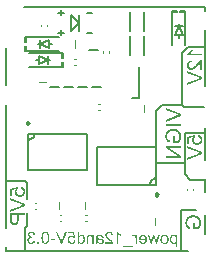
<source format=gbo>
G04*
G04 #@! TF.GenerationSoftware,Altium Limited,Altium Designer,24.1.2 (44)*
G04*
G04 Layer_Color=32896*
%FSLAX25Y25*%
%MOIN*%
G70*
G04*
G04 #@! TF.SameCoordinates,64876319-8F7E-4D7F-B011-834D707076D5*
G04*
G04*
G04 #@! TF.FilePolarity,Positive*
G04*
G01*
G75*
%ADD10C,0.00984*%
%ADD11C,0.00591*%
%ADD12C,0.00787*%
%ADD17C,0.00394*%
%ADD18C,0.00669*%
G36*
X62909Y12200D02*
X63042Y12190D01*
X63170Y12175D01*
X63293Y12156D01*
X63411Y12136D01*
X63524Y12106D01*
X63627Y12082D01*
X63726Y12052D01*
X63810Y12023D01*
X63888Y11998D01*
X63957Y11969D01*
X64011Y11949D01*
X64060Y11929D01*
X64090Y11914D01*
X64114Y11905D01*
X64119Y11900D01*
X64228Y11836D01*
X64331Y11772D01*
X64429Y11698D01*
X64518Y11624D01*
X64597Y11550D01*
X64675Y11472D01*
X64744Y11398D01*
X64803Y11324D01*
X64857Y11255D01*
X64907Y11191D01*
X64946Y11132D01*
X64980Y11083D01*
X65005Y11044D01*
X65025Y11009D01*
X65035Y10989D01*
X65039Y10985D01*
X65094Y10866D01*
X65143Y10753D01*
X65187Y10635D01*
X65222Y10517D01*
X65251Y10399D01*
X65276Y10286D01*
X65300Y10183D01*
X65315Y10079D01*
X65330Y9986D01*
X65340Y9897D01*
X65345Y9823D01*
X65349Y9755D01*
X65354Y9705D01*
Y9632D01*
X65345Y9425D01*
X65325Y9233D01*
X65310Y9140D01*
X65290Y9051D01*
X65276Y8967D01*
X65256Y8889D01*
X65236Y8815D01*
X65222Y8751D01*
X65202Y8697D01*
X65187Y8648D01*
X65177Y8608D01*
X65167Y8584D01*
X65158Y8564D01*
Y8559D01*
X65074Y8362D01*
X64980Y8175D01*
X64887Y8003D01*
X64838Y7924D01*
X64789Y7851D01*
X64744Y7787D01*
X64705Y7723D01*
X64670Y7668D01*
X64636Y7624D01*
X64611Y7590D01*
X64587Y7560D01*
X64577Y7546D01*
X64572Y7541D01*
X62697D01*
Y9676D01*
X63293D01*
Y8195D01*
X64233D01*
X64301Y8283D01*
X64370Y8387D01*
X64429Y8490D01*
X64483Y8589D01*
X64528Y8682D01*
X64547Y8721D01*
X64562Y8756D01*
X64577Y8785D01*
X64582Y8805D01*
X64592Y8820D01*
Y8825D01*
X64646Y8977D01*
X64685Y9130D01*
X64715Y9272D01*
X64734Y9400D01*
X64739Y9459D01*
X64744Y9514D01*
X64749Y9558D01*
Y9597D01*
X64754Y9627D01*
Y9671D01*
X64749Y9764D01*
X64744Y9853D01*
X64720Y10025D01*
X64685Y10187D01*
X64666Y10261D01*
X64646Y10325D01*
X64626Y10389D01*
X64606Y10443D01*
X64587Y10493D01*
X64572Y10532D01*
X64557Y10566D01*
X64547Y10591D01*
X64538Y10606D01*
Y10611D01*
X64493Y10689D01*
X64444Y10768D01*
X64395Y10837D01*
X64341Y10901D01*
X64282Y10965D01*
X64228Y11019D01*
X64174Y11068D01*
X64119Y11112D01*
X64065Y11152D01*
X64016Y11186D01*
X63977Y11216D01*
X63937Y11240D01*
X63908Y11260D01*
X63883Y11275D01*
X63868Y11280D01*
X63864Y11285D01*
X63775Y11324D01*
X63682Y11359D01*
X63495Y11417D01*
X63303Y11457D01*
X63214Y11477D01*
X63126Y11486D01*
X63042Y11496D01*
X62968Y11501D01*
X62904Y11511D01*
X62845D01*
X62796Y11516D01*
X62761D01*
X62742D01*
X62732D01*
X62530Y11506D01*
X62343Y11486D01*
X62255Y11472D01*
X62171Y11457D01*
X62092Y11437D01*
X62019Y11417D01*
X61955Y11403D01*
X61896Y11383D01*
X61841Y11368D01*
X61802Y11354D01*
X61763Y11344D01*
X61738Y11334D01*
X61723Y11324D01*
X61718D01*
X61620Y11280D01*
X61527Y11226D01*
X61443Y11176D01*
X61369Y11122D01*
X61305Y11078D01*
X61261Y11044D01*
X61231Y11019D01*
X61221Y11009D01*
X61138Y10926D01*
X61064Y10837D01*
X61005Y10748D01*
X60951Y10665D01*
X60907Y10586D01*
X60892Y10556D01*
X60877Y10527D01*
X60867Y10502D01*
X60857Y10488D01*
X60852Y10478D01*
Y10473D01*
X60803Y10345D01*
X60769Y10207D01*
X60744Y10074D01*
X60729Y9951D01*
X60720Y9892D01*
X60715Y9843D01*
Y9799D01*
X60710Y9759D01*
Y9681D01*
X60715Y9543D01*
X60729Y9410D01*
X60754Y9292D01*
X60774Y9189D01*
X60789Y9144D01*
X60798Y9105D01*
X60813Y9071D01*
X60823Y9041D01*
X60828Y9017D01*
X60838Y9002D01*
X60843Y8992D01*
Y8987D01*
X60897Y8874D01*
X60956Y8780D01*
X61015Y8697D01*
X61069Y8628D01*
X61118Y8574D01*
X61163Y8534D01*
X61187Y8515D01*
X61192Y8505D01*
X61197D01*
X61286Y8441D01*
X61384Y8387D01*
X61487Y8338D01*
X61581Y8298D01*
X61669Y8264D01*
X61709Y8249D01*
X61738Y8239D01*
X61763Y8229D01*
X61787Y8224D01*
X61797Y8219D01*
X61802D01*
X61640Y7619D01*
X61546Y7644D01*
X61458Y7673D01*
X61374Y7703D01*
X61295Y7732D01*
X61221Y7767D01*
X61153Y7796D01*
X61089Y7826D01*
X61035Y7860D01*
X60985Y7890D01*
X60941Y7914D01*
X60902Y7939D01*
X60872Y7959D01*
X60848Y7978D01*
X60828Y7993D01*
X60818Y7998D01*
X60813Y8003D01*
X60700Y8106D01*
X60602Y8219D01*
X60518Y8333D01*
X60449Y8446D01*
X60395Y8544D01*
X60370Y8589D01*
X60356Y8623D01*
X60341Y8653D01*
X60331Y8677D01*
X60321Y8692D01*
Y8697D01*
X60262Y8864D01*
X60218Y9036D01*
X60183Y9199D01*
X60174Y9277D01*
X60164Y9351D01*
X60154Y9420D01*
X60149Y9484D01*
X60144Y9543D01*
Y9587D01*
X60139Y9627D01*
Y9681D01*
X60144Y9819D01*
X60154Y9956D01*
X60169Y10084D01*
X60188Y10207D01*
X60213Y10325D01*
X60237Y10434D01*
X60267Y10537D01*
X60292Y10630D01*
X60321Y10714D01*
X60351Y10793D01*
X60375Y10857D01*
X60400Y10911D01*
X60420Y10955D01*
X60434Y10989D01*
X60444Y11009D01*
X60449Y11014D01*
X60513Y11117D01*
X60577Y11216D01*
X60651Y11309D01*
X60729Y11393D01*
X60808Y11477D01*
X60887Y11545D01*
X60966Y11614D01*
X61040Y11673D01*
X61113Y11727D01*
X61182Y11772D01*
X61241Y11811D01*
X61295Y11841D01*
X61340Y11865D01*
X61369Y11885D01*
X61389Y11895D01*
X61399Y11900D01*
X61522Y11954D01*
X61640Y11998D01*
X61763Y12042D01*
X61881Y12077D01*
X61999Y12106D01*
X62112Y12131D01*
X62220Y12151D01*
X62324Y12165D01*
X62417Y12180D01*
X62506Y12190D01*
X62579Y12195D01*
X62648Y12200D01*
X62697Y12205D01*
X62737D01*
X62761D01*
X62771D01*
X62909Y12200D01*
D02*
G37*
G36*
X64459Y38962D02*
X64567Y38937D01*
X64671Y38908D01*
X64769Y38873D01*
X64862Y38834D01*
X64946Y38794D01*
X65025Y38750D01*
X65094Y38706D01*
X65153Y38666D01*
X65207Y38622D01*
X65256Y38588D01*
X65295Y38553D01*
X65325Y38524D01*
X65345Y38504D01*
X65359Y38489D01*
X65364Y38484D01*
X65433Y38401D01*
X65492Y38312D01*
X65541Y38219D01*
X65586Y38125D01*
X65625Y38027D01*
X65654Y37933D01*
X65679Y37845D01*
X65699Y37756D01*
X65714Y37673D01*
X65728Y37599D01*
X65738Y37530D01*
X65743Y37471D01*
Y37422D01*
X65748Y37387D01*
Y37358D01*
X65743Y37205D01*
X65723Y37058D01*
X65694Y36925D01*
X65654Y36797D01*
X65605Y36679D01*
X65556Y36571D01*
X65502Y36472D01*
X65443Y36379D01*
X65384Y36300D01*
X65330Y36231D01*
X65281Y36172D01*
X65231Y36123D01*
X65192Y36083D01*
X65162Y36059D01*
X65143Y36039D01*
X65138Y36034D01*
X65044Y35965D01*
X64946Y35901D01*
X64843Y35847D01*
X64744Y35803D01*
X64646Y35764D01*
X64548Y35729D01*
X64449Y35705D01*
X64361Y35680D01*
X64277Y35665D01*
X64198Y35651D01*
X64129Y35641D01*
X64070Y35636D01*
X64021D01*
X63987Y35631D01*
X63967D01*
X63957D01*
X63824Y35636D01*
X63696Y35651D01*
X63578Y35675D01*
X63465Y35700D01*
X63362Y35739D01*
X63263Y35774D01*
X63175Y35818D01*
X63096Y35857D01*
X63022Y35901D01*
X62958Y35946D01*
X62904Y35980D01*
X62860Y36015D01*
X62826Y36044D01*
X62796Y36069D01*
X62781Y36083D01*
X62776Y36088D01*
X62698Y36177D01*
X62624Y36266D01*
X62565Y36359D01*
X62511Y36452D01*
X62466Y36546D01*
X62432Y36639D01*
X62402Y36733D01*
X62378Y36816D01*
X62358Y36895D01*
X62343Y36969D01*
X62334Y37038D01*
X62324Y37092D01*
Y37141D01*
X62319Y37176D01*
Y37205D01*
X62324Y37299D01*
X62334Y37392D01*
X62348Y37481D01*
X62368Y37564D01*
X62422Y37727D01*
X62447Y37800D01*
X62476Y37869D01*
X62511Y37933D01*
X62535Y37988D01*
X62565Y38042D01*
X62589Y38081D01*
X62609Y38115D01*
X62624Y38140D01*
X62634Y38155D01*
X62639Y38160D01*
X61276Y37889D01*
Y35867D01*
X60685D01*
Y38381D01*
X63278Y38868D01*
X63352Y38288D01*
X63278Y38234D01*
X63209Y38170D01*
X63150Y38111D01*
X63096Y38047D01*
X63057Y37997D01*
X63027Y37953D01*
X63008Y37923D01*
X63003Y37919D01*
Y37914D01*
X62958Y37820D01*
X62924Y37727D01*
X62899Y37638D01*
X62880Y37554D01*
X62870Y37481D01*
Y37451D01*
X62865Y37422D01*
Y37372D01*
X62870Y37284D01*
X62880Y37200D01*
X62894Y37121D01*
X62914Y37043D01*
X62939Y36974D01*
X62963Y36910D01*
X62993Y36851D01*
X63017Y36797D01*
X63047Y36753D01*
X63077Y36708D01*
X63101Y36674D01*
X63126Y36644D01*
X63145Y36620D01*
X63160Y36605D01*
X63170Y36595D01*
X63175Y36590D01*
X63234Y36536D01*
X63298Y36492D01*
X63367Y36452D01*
X63436Y36418D01*
X63504Y36388D01*
X63573Y36364D01*
X63706Y36329D01*
X63770Y36315D01*
X63829Y36305D01*
X63878Y36300D01*
X63923Y36295D01*
X63962Y36290D01*
X63987D01*
X64006D01*
X64011D01*
X64115Y36295D01*
X64208Y36305D01*
X64302Y36320D01*
X64385Y36339D01*
X64464Y36364D01*
X64538Y36388D01*
X64607Y36418D01*
X64666Y36443D01*
X64720Y36472D01*
X64769Y36502D01*
X64813Y36526D01*
X64843Y36551D01*
X64872Y36571D01*
X64892Y36585D01*
X64902Y36595D01*
X64907Y36600D01*
X64966Y36659D01*
X65015Y36723D01*
X65059Y36787D01*
X65099Y36851D01*
X65133Y36915D01*
X65158Y36974D01*
X65197Y37097D01*
X65212Y37151D01*
X65222Y37200D01*
X65231Y37244D01*
X65236Y37284D01*
X65241Y37313D01*
Y37358D01*
X65236Y37427D01*
X65231Y37490D01*
X65202Y37613D01*
X65167Y37722D01*
X65123Y37815D01*
X65079Y37894D01*
X65059Y37923D01*
X65039Y37948D01*
X65025Y37968D01*
X65015Y37982D01*
X65010Y37992D01*
X65005Y37997D01*
X64956Y38042D01*
X64907Y38086D01*
X64789Y38160D01*
X64671Y38214D01*
X64557Y38258D01*
X64449Y38293D01*
X64405Y38302D01*
X64366Y38312D01*
X64331Y38317D01*
X64306Y38322D01*
X64292Y38327D01*
X64287D01*
X64341Y38976D01*
X64459Y38962D01*
D02*
G37*
G36*
X65664Y33373D02*
Y32679D01*
X60621Y30706D01*
Y31385D01*
X64287Y32753D01*
X64439Y32807D01*
X64592Y32861D01*
X64730Y32905D01*
X64853Y32945D01*
X64912Y32964D01*
X64961Y32979D01*
X65005Y32989D01*
X65044Y33004D01*
X65074Y33013D01*
X65094Y33018D01*
X65108Y33023D01*
X65113D01*
X64966Y33068D01*
X64823Y33112D01*
X64685Y33156D01*
X64557Y33195D01*
X64498Y33215D01*
X64449Y33235D01*
X64400Y33250D01*
X64361Y33264D01*
X64331Y33274D01*
X64306Y33284D01*
X64292Y33289D01*
X64287D01*
X60621Y34598D01*
Y35321D01*
X65664Y33373D01*
D02*
G37*
G36*
X62506Y67215D02*
X62457Y67101D01*
X62402Y66993D01*
X62353Y66895D01*
X62309Y66806D01*
X62289Y66772D01*
X62270Y66737D01*
X62255Y66713D01*
X62245Y66693D01*
X62235Y66683D01*
Y66678D01*
X62156Y66550D01*
X62078Y66432D01*
X62004Y66329D01*
X61940Y66245D01*
X61886Y66176D01*
X61841Y66127D01*
X61827Y66113D01*
X61817Y66098D01*
X61807Y66093D01*
Y66088D01*
X65748D01*
Y65468D01*
X60685D01*
Y65871D01*
X60749Y65901D01*
X60808Y65940D01*
X60931Y66024D01*
X61045Y66113D01*
X61148Y66201D01*
X61192Y66245D01*
X61236Y66285D01*
X61271Y66324D01*
X61305Y66354D01*
X61330Y66378D01*
X61349Y66403D01*
X61359Y66413D01*
X61364Y66418D01*
X61487Y66570D01*
X61601Y66723D01*
X61704Y66875D01*
X61787Y67018D01*
X61827Y67082D01*
X61856Y67141D01*
X61886Y67190D01*
X61910Y67234D01*
X61930Y67274D01*
X61945Y67298D01*
X61950Y67318D01*
X61955Y67323D01*
X62550D01*
X62506Y67215D01*
D02*
G37*
G36*
X65748Y60632D02*
X65153D01*
Y63106D01*
X65089Y63067D01*
X65030Y63023D01*
X64976Y62979D01*
X64921Y62939D01*
X64882Y62900D01*
X64848Y62870D01*
X64823Y62851D01*
X64818Y62846D01*
X64784Y62811D01*
X64744Y62767D01*
X64695Y62718D01*
X64646Y62664D01*
X64543Y62546D01*
X64439Y62427D01*
X64341Y62309D01*
X64297Y62260D01*
X64257Y62216D01*
X64228Y62181D01*
X64203Y62152D01*
X64188Y62132D01*
X64183Y62127D01*
X64080Y62009D01*
X63987Y61896D01*
X63893Y61793D01*
X63810Y61699D01*
X63731Y61611D01*
X63657Y61537D01*
X63588Y61463D01*
X63529Y61404D01*
X63475Y61350D01*
X63431Y61301D01*
X63391Y61266D01*
X63357Y61232D01*
X63332Y61207D01*
X63313Y61193D01*
X63303Y61183D01*
X63298Y61178D01*
X63180Y61074D01*
X63067Y60991D01*
X62958Y60917D01*
X62870Y60863D01*
X62791Y60819D01*
X62762Y60804D01*
X62732Y60789D01*
X62712Y60779D01*
X62698Y60769D01*
X62688Y60764D01*
X62683D01*
X62575Y60720D01*
X62466Y60691D01*
X62363Y60666D01*
X62274Y60651D01*
X62196Y60641D01*
X62166D01*
X62137Y60637D01*
X62117D01*
X62102D01*
X62093D01*
X62088D01*
X61979Y60641D01*
X61876Y60656D01*
X61773Y60676D01*
X61679Y60701D01*
X61591Y60735D01*
X61512Y60769D01*
X61433Y60809D01*
X61364Y60848D01*
X61300Y60887D01*
X61246Y60927D01*
X61202Y60961D01*
X61163Y60996D01*
X61128Y61020D01*
X61108Y61040D01*
X61094Y61055D01*
X61089Y61060D01*
X61020Y61143D01*
X60956Y61232D01*
X60902Y61320D01*
X60857Y61419D01*
X60818Y61512D01*
X60784Y61611D01*
X60759Y61704D01*
X60734Y61793D01*
X60720Y61881D01*
X60705Y61960D01*
X60695Y62029D01*
X60690Y62088D01*
Y62142D01*
X60685Y62177D01*
Y62211D01*
X60690Y62344D01*
X60700Y62467D01*
X60720Y62585D01*
X60744Y62693D01*
X60774Y62796D01*
X60803Y62890D01*
X60838Y62974D01*
X60872Y63052D01*
X60907Y63121D01*
X60941Y63185D01*
X60971Y63234D01*
X61000Y63279D01*
X61025Y63313D01*
X61045Y63338D01*
X61054Y63352D01*
X61059Y63357D01*
X61133Y63431D01*
X61212Y63500D01*
X61295Y63559D01*
X61384Y63613D01*
X61478Y63657D01*
X61566Y63697D01*
X61655Y63731D01*
X61738Y63761D01*
X61822Y63780D01*
X61896Y63800D01*
X61964Y63815D01*
X62024Y63830D01*
X62073Y63835D01*
X62112Y63840D01*
X62132Y63844D01*
X62142D01*
X62206Y63210D01*
X62117Y63205D01*
X62038Y63200D01*
X61960Y63185D01*
X61891Y63170D01*
X61827Y63146D01*
X61763Y63126D01*
X61709Y63102D01*
X61659Y63077D01*
X61615Y63052D01*
X61576Y63028D01*
X61541Y63003D01*
X61517Y62983D01*
X61497Y62969D01*
X61478Y62954D01*
X61472Y62949D01*
X61468Y62944D01*
X61418Y62890D01*
X61379Y62836D01*
X61340Y62777D01*
X61310Y62718D01*
X61261Y62600D01*
X61231Y62482D01*
X61222Y62432D01*
X61212Y62383D01*
X61207Y62339D01*
X61202Y62300D01*
X61197Y62270D01*
Y62226D01*
X61202Y62147D01*
X61207Y62073D01*
X61236Y61940D01*
X61276Y61822D01*
X61300Y61768D01*
X61325Y61724D01*
X61349Y61680D01*
X61374Y61645D01*
X61394Y61611D01*
X61414Y61586D01*
X61428Y61566D01*
X61443Y61547D01*
X61448Y61542D01*
X61453Y61537D01*
X61502Y61488D01*
X61551Y61448D01*
X61605Y61414D01*
X61655Y61384D01*
X61758Y61335D01*
X61856Y61306D01*
X61945Y61286D01*
X61979Y61281D01*
X62009Y61276D01*
X62038Y61271D01*
X62058D01*
X62068D01*
X62073D01*
X62137Y61276D01*
X62206Y61286D01*
X62270Y61301D01*
X62339Y61316D01*
X62462Y61365D01*
X62575Y61419D01*
X62624Y61448D01*
X62673Y61473D01*
X62712Y61498D01*
X62747Y61522D01*
X62776Y61537D01*
X62796Y61552D01*
X62811Y61562D01*
X62816Y61566D01*
X62894Y61625D01*
X62973Y61699D01*
X63062Y61778D01*
X63150Y61862D01*
X63327Y62044D01*
X63500Y62231D01*
X63578Y62319D01*
X63652Y62403D01*
X63721Y62477D01*
X63775Y62546D01*
X63824Y62600D01*
X63859Y62644D01*
X63878Y62669D01*
X63888Y62678D01*
X63967Y62772D01*
X64046Y62865D01*
X64119Y62949D01*
X64188Y63028D01*
X64257Y63097D01*
X64321Y63165D01*
X64380Y63225D01*
X64429Y63279D01*
X64479Y63328D01*
X64523Y63367D01*
X64562Y63402D01*
X64592Y63431D01*
X64616Y63456D01*
X64636Y63471D01*
X64646Y63480D01*
X64651Y63485D01*
X64774Y63584D01*
X64892Y63667D01*
X65005Y63736D01*
X65108Y63795D01*
X65197Y63840D01*
X65231Y63854D01*
X65261Y63869D01*
X65285Y63879D01*
X65305Y63889D01*
X65315Y63894D01*
X65320D01*
X65399Y63918D01*
X65473Y63938D01*
X65546Y63948D01*
X65610Y63958D01*
X65669Y63963D01*
X65709D01*
X65738D01*
X65743D01*
X65748D01*
Y60632D01*
D02*
G37*
G36*
Y58280D02*
Y57586D01*
X60705Y55613D01*
Y56292D01*
X64370Y57660D01*
X64523Y57714D01*
X64675Y57768D01*
X64813Y57812D01*
X64936Y57852D01*
X64995Y57872D01*
X65044Y57886D01*
X65089Y57896D01*
X65128Y57911D01*
X65158Y57921D01*
X65177Y57926D01*
X65192Y57931D01*
X65197D01*
X65049Y57975D01*
X64907Y58019D01*
X64769Y58063D01*
X64641Y58103D01*
X64582Y58122D01*
X64533Y58142D01*
X64484Y58157D01*
X64444Y58172D01*
X64415Y58182D01*
X64390Y58191D01*
X64375Y58196D01*
X64370D01*
X60705Y59505D01*
Y60228D01*
X65748Y58280D01*
D02*
G37*
G36*
X5404Y21639D02*
X5512Y21614D01*
X5615Y21585D01*
X5714Y21550D01*
X5807Y21511D01*
X5891Y21472D01*
X5970Y21427D01*
X6039Y21383D01*
X6098Y21344D01*
X6152Y21299D01*
X6201Y21265D01*
X6240Y21230D01*
X6270Y21201D01*
X6289Y21181D01*
X6304Y21167D01*
X6309Y21161D01*
X6378Y21078D01*
X6437Y20989D01*
X6486Y20896D01*
X6531Y20802D01*
X6570Y20704D01*
X6599Y20610D01*
X6624Y20522D01*
X6644Y20433D01*
X6658Y20350D01*
X6673Y20276D01*
X6683Y20207D01*
X6688Y20148D01*
Y20099D01*
X6693Y20064D01*
Y20035D01*
X6688Y19882D01*
X6668Y19735D01*
X6639Y19602D01*
X6599Y19474D01*
X6550Y19356D01*
X6501Y19248D01*
X6447Y19149D01*
X6388Y19056D01*
X6329Y18977D01*
X6275Y18908D01*
X6225Y18849D01*
X6176Y18800D01*
X6137Y18761D01*
X6107Y18736D01*
X6088Y18716D01*
X6083Y18711D01*
X5989Y18643D01*
X5891Y18578D01*
X5788Y18524D01*
X5689Y18480D01*
X5591Y18441D01*
X5492Y18406D01*
X5394Y18382D01*
X5305Y18357D01*
X5222Y18342D01*
X5143Y18328D01*
X5074Y18318D01*
X5015Y18313D01*
X4966D01*
X4932Y18308D01*
X4912D01*
X4902D01*
X4769Y18313D01*
X4641Y18328D01*
X4523Y18352D01*
X4410Y18377D01*
X4307Y18416D01*
X4208Y18451D01*
X4120Y18495D01*
X4041Y18534D01*
X3967Y18578D01*
X3903Y18623D01*
X3849Y18657D01*
X3805Y18692D01*
X3770Y18721D01*
X3741Y18746D01*
X3726Y18761D01*
X3721Y18766D01*
X3642Y18854D01*
X3569Y18943D01*
X3510Y19036D01*
X3456Y19130D01*
X3411Y19223D01*
X3377Y19317D01*
X3347Y19410D01*
X3323Y19494D01*
X3303Y19572D01*
X3288Y19646D01*
X3278Y19715D01*
X3269Y19769D01*
Y19818D01*
X3264Y19853D01*
Y19882D01*
X3269Y19976D01*
X3278Y20069D01*
X3293Y20158D01*
X3313Y20242D01*
X3367Y20404D01*
X3392Y20478D01*
X3421Y20547D01*
X3456Y20610D01*
X3480Y20665D01*
X3510Y20719D01*
X3534Y20758D01*
X3554Y20793D01*
X3569Y20817D01*
X3579Y20832D01*
X3584Y20837D01*
X2221Y20566D01*
Y18544D01*
X1630D01*
Y21058D01*
X4223Y21545D01*
X4297Y20965D01*
X4223Y20911D01*
X4154Y20847D01*
X4095Y20788D01*
X4041Y20724D01*
X4002Y20674D01*
X3972Y20630D01*
X3952Y20601D01*
X3948Y20596D01*
Y20591D01*
X3903Y20497D01*
X3869Y20404D01*
X3844Y20315D01*
X3824Y20232D01*
X3815Y20158D01*
Y20128D01*
X3810Y20099D01*
Y20050D01*
X3815Y19961D01*
X3824Y19877D01*
X3839Y19799D01*
X3859Y19720D01*
X3884Y19651D01*
X3908Y19587D01*
X3938Y19528D01*
X3962Y19474D01*
X3992Y19430D01*
X4021Y19385D01*
X4046Y19351D01*
X4071Y19321D01*
X4090Y19297D01*
X4105Y19282D01*
X4115Y19272D01*
X4120Y19267D01*
X4179Y19213D01*
X4243Y19169D01*
X4312Y19130D01*
X4380Y19095D01*
X4449Y19066D01*
X4518Y19041D01*
X4651Y19007D01*
X4715Y18992D01*
X4774Y18982D01*
X4823Y18977D01*
X4868Y18972D01*
X4907Y18967D01*
X4932D01*
X4951D01*
X4956D01*
X5060Y18972D01*
X5153Y18982D01*
X5246Y18997D01*
X5330Y19016D01*
X5409Y19041D01*
X5483Y19066D01*
X5551Y19095D01*
X5610Y19120D01*
X5665Y19149D01*
X5714Y19179D01*
X5758Y19203D01*
X5788Y19228D01*
X5817Y19248D01*
X5837Y19262D01*
X5847Y19272D01*
X5852Y19277D01*
X5911Y19336D01*
X5960Y19400D01*
X6004Y19464D01*
X6044Y19528D01*
X6078Y19592D01*
X6103Y19651D01*
X6142Y19774D01*
X6157Y19828D01*
X6166Y19877D01*
X6176Y19922D01*
X6181Y19961D01*
X6186Y19991D01*
Y20035D01*
X6181Y20104D01*
X6176Y20168D01*
X6147Y20291D01*
X6112Y20399D01*
X6068Y20492D01*
X6024Y20571D01*
X6004Y20601D01*
X5984Y20625D01*
X5970Y20645D01*
X5960Y20660D01*
X5955Y20670D01*
X5950Y20674D01*
X5901Y20719D01*
X5852Y20763D01*
X5734Y20837D01*
X5615Y20891D01*
X5502Y20935D01*
X5394Y20970D01*
X5350Y20979D01*
X5310Y20989D01*
X5276Y20994D01*
X5251Y20999D01*
X5237Y21004D01*
X5232D01*
X5286Y21654D01*
X5404Y21639D01*
D02*
G37*
G36*
X6609Y16050D02*
Y15356D01*
X1566Y13383D01*
Y14062D01*
X5232Y15430D01*
X5384Y15484D01*
X5537Y15538D01*
X5675Y15582D01*
X5798Y15622D01*
X5856Y15641D01*
X5906Y15656D01*
X5950Y15666D01*
X5989Y15681D01*
X6019Y15690D01*
X6039Y15695D01*
X6053Y15700D01*
X6058D01*
X5911Y15745D01*
X5768Y15789D01*
X5630Y15833D01*
X5502Y15872D01*
X5443Y15892D01*
X5394Y15912D01*
X5345Y15927D01*
X5305Y15941D01*
X5276Y15951D01*
X5251Y15961D01*
X5237Y15966D01*
X5232D01*
X1566Y17275D01*
Y17998D01*
X6609Y16050D01*
D02*
G37*
G36*
Y12119D02*
X4558D01*
Y10825D01*
X4553Y10633D01*
X4538Y10456D01*
X4518Y10293D01*
X4489Y10146D01*
X4454Y10008D01*
X4415Y9890D01*
X4376Y9782D01*
X4336Y9688D01*
X4297Y9605D01*
X4253Y9536D01*
X4218Y9477D01*
X4184Y9427D01*
X4154Y9393D01*
X4135Y9368D01*
X4120Y9353D01*
X4115Y9349D01*
X4026Y9275D01*
X3938Y9211D01*
X3849Y9157D01*
X3756Y9108D01*
X3662Y9068D01*
X3574Y9034D01*
X3485Y9009D01*
X3401Y8985D01*
X3323Y8970D01*
X3254Y8955D01*
X3190Y8950D01*
X3136Y8940D01*
X3091D01*
X3057Y8935D01*
X3032D01*
X3028D01*
X2890Y8940D01*
X2762Y8960D01*
X2644Y8985D01*
X2540Y9014D01*
X2496Y9029D01*
X2457Y9044D01*
X2422Y9058D01*
X2393Y9068D01*
X2368Y9078D01*
X2354Y9088D01*
X2344Y9093D01*
X2339D01*
X2226Y9152D01*
X2127Y9221D01*
X2048Y9290D01*
X1975Y9353D01*
X1921Y9408D01*
X1881Y9457D01*
X1861Y9486D01*
X1852Y9491D01*
Y9496D01*
X1793Y9595D01*
X1743Y9698D01*
X1699Y9806D01*
X1670Y9905D01*
X1645Y9988D01*
X1635Y10028D01*
X1630Y10057D01*
X1620Y10087D01*
Y10106D01*
X1616Y10116D01*
Y10121D01*
X1606Y10170D01*
X1601Y10229D01*
X1586Y10352D01*
X1576Y10480D01*
X1571Y10603D01*
Y10662D01*
X1566Y10716D01*
Y12788D01*
X6609D01*
Y12119D01*
D02*
G37*
G36*
X58578Y46083D02*
Y45389D01*
X53535Y43417D01*
Y44096D01*
X57200Y45463D01*
X57353Y45517D01*
X57505Y45572D01*
X57643Y45616D01*
X57766Y45655D01*
X57825Y45675D01*
X57874Y45690D01*
X57919Y45699D01*
X57958Y45714D01*
X57987Y45724D01*
X58007Y45729D01*
X58022Y45734D01*
X58027D01*
X57879Y45778D01*
X57736Y45822D01*
X57599Y45867D01*
X57471Y45906D01*
X57412Y45926D01*
X57363Y45945D01*
X57313Y45960D01*
X57274Y45975D01*
X57244Y45985D01*
X57220Y45995D01*
X57205Y46000D01*
X57200D01*
X53535Y47308D01*
Y48031D01*
X58578Y46083D01*
D02*
G37*
G36*
Y42034D02*
X53535D01*
Y42703D01*
X58578D01*
Y42034D01*
D02*
G37*
G36*
X56216Y41025D02*
X56349Y41016D01*
X56477Y41001D01*
X56600Y40981D01*
X56718Y40962D01*
X56831Y40932D01*
X56934Y40907D01*
X57033Y40878D01*
X57117Y40848D01*
X57195Y40824D01*
X57264Y40794D01*
X57318Y40775D01*
X57367Y40755D01*
X57397Y40740D01*
X57422Y40730D01*
X57427Y40725D01*
X57535Y40661D01*
X57638Y40597D01*
X57736Y40524D01*
X57825Y40450D01*
X57904Y40376D01*
X57982Y40297D01*
X58051Y40224D01*
X58110Y40150D01*
X58165Y40081D01*
X58214Y40017D01*
X58253Y39958D01*
X58288Y39909D01*
X58312Y39869D01*
X58332Y39835D01*
X58342Y39815D01*
X58346Y39810D01*
X58401Y39692D01*
X58450Y39579D01*
X58494Y39461D01*
X58529Y39343D01*
X58558Y39225D01*
X58583Y39112D01*
X58607Y39008D01*
X58622Y38905D01*
X58637Y38811D01*
X58647Y38723D01*
X58652Y38649D01*
X58657Y38580D01*
X58661Y38531D01*
Y38457D01*
X58652Y38250D01*
X58632Y38059D01*
X58617Y37965D01*
X58597Y37877D01*
X58583Y37793D01*
X58563Y37714D01*
X58543Y37640D01*
X58529Y37576D01*
X58509Y37522D01*
X58494Y37473D01*
X58484Y37434D01*
X58474Y37409D01*
X58465Y37389D01*
Y37385D01*
X58381Y37188D01*
X58288Y37001D01*
X58194Y36829D01*
X58145Y36750D01*
X58096Y36676D01*
X58051Y36612D01*
X58012Y36548D01*
X57977Y36494D01*
X57943Y36450D01*
X57919Y36415D01*
X57894Y36386D01*
X57884Y36371D01*
X57879Y36366D01*
X56005D01*
Y38501D01*
X56600D01*
Y37020D01*
X57540D01*
X57608Y37109D01*
X57677Y37212D01*
X57736Y37316D01*
X57791Y37414D01*
X57835Y37508D01*
X57854Y37547D01*
X57869Y37581D01*
X57884Y37611D01*
X57889Y37631D01*
X57899Y37645D01*
Y37650D01*
X57953Y37803D01*
X57992Y37955D01*
X58022Y38098D01*
X58042Y38226D01*
X58046Y38285D01*
X58051Y38339D01*
X58056Y38383D01*
Y38423D01*
X58061Y38452D01*
Y38497D01*
X58056Y38590D01*
X58051Y38679D01*
X58027Y38851D01*
X57992Y39013D01*
X57973Y39087D01*
X57953Y39151D01*
X57933Y39215D01*
X57914Y39269D01*
X57894Y39318D01*
X57879Y39358D01*
X57864Y39392D01*
X57854Y39417D01*
X57845Y39431D01*
Y39436D01*
X57800Y39515D01*
X57751Y39594D01*
X57702Y39663D01*
X57648Y39726D01*
X57589Y39790D01*
X57535Y39845D01*
X57481Y39894D01*
X57427Y39938D01*
X57372Y39977D01*
X57323Y40012D01*
X57284Y40041D01*
X57244Y40066D01*
X57215Y40086D01*
X57190Y40100D01*
X57176Y40105D01*
X57171Y40110D01*
X57082Y40150D01*
X56989Y40184D01*
X56802Y40243D01*
X56610Y40282D01*
X56521Y40302D01*
X56433Y40312D01*
X56349Y40322D01*
X56275Y40327D01*
X56211Y40337D01*
X56152D01*
X56103Y40341D01*
X56069D01*
X56049D01*
X56039D01*
X55837Y40332D01*
X55650Y40312D01*
X55562Y40297D01*
X55478Y40282D01*
X55400Y40263D01*
X55326Y40243D01*
X55262Y40228D01*
X55203Y40209D01*
X55149Y40194D01*
X55109Y40179D01*
X55070Y40169D01*
X55045Y40159D01*
X55030Y40150D01*
X55026D01*
X54927Y40105D01*
X54834Y40051D01*
X54750Y40002D01*
X54676Y39948D01*
X54612Y39904D01*
X54568Y39869D01*
X54539Y39845D01*
X54529Y39835D01*
X54445Y39751D01*
X54371Y39663D01*
X54312Y39574D01*
X54258Y39490D01*
X54214Y39412D01*
X54199Y39382D01*
X54184Y39353D01*
X54174Y39328D01*
X54164Y39313D01*
X54160Y39303D01*
Y39298D01*
X54110Y39171D01*
X54076Y39033D01*
X54051Y38900D01*
X54037Y38777D01*
X54027Y38718D01*
X54022Y38669D01*
Y38625D01*
X54017Y38585D01*
Y38506D01*
X54022Y38369D01*
X54037Y38236D01*
X54061Y38118D01*
X54081Y38014D01*
X54096Y37970D01*
X54106Y37931D01*
X54120Y37896D01*
X54130Y37867D01*
X54135Y37842D01*
X54145Y37827D01*
X54150Y37818D01*
Y37813D01*
X54204Y37699D01*
X54263Y37606D01*
X54322Y37522D01*
X54376Y37453D01*
X54425Y37399D01*
X54470Y37360D01*
X54494Y37340D01*
X54499Y37330D01*
X54504D01*
X54593Y37266D01*
X54691Y37212D01*
X54794Y37163D01*
X54888Y37124D01*
X54976Y37089D01*
X55016Y37075D01*
X55045Y37065D01*
X55070Y37055D01*
X55094Y37050D01*
X55104Y37045D01*
X55109D01*
X54947Y36445D01*
X54853Y36470D01*
X54765Y36499D01*
X54681Y36529D01*
X54602Y36558D01*
X54529Y36593D01*
X54460Y36622D01*
X54396Y36652D01*
X54342Y36686D01*
X54292Y36715D01*
X54248Y36740D01*
X54209Y36765D01*
X54179Y36784D01*
X54155Y36804D01*
X54135Y36819D01*
X54125Y36824D01*
X54120Y36829D01*
X54007Y36932D01*
X53909Y37045D01*
X53825Y37158D01*
X53756Y37271D01*
X53702Y37370D01*
X53677Y37414D01*
X53663Y37449D01*
X53648Y37478D01*
X53638Y37503D01*
X53628Y37517D01*
Y37522D01*
X53569Y37690D01*
X53525Y37862D01*
X53491Y38024D01*
X53481Y38103D01*
X53471Y38177D01*
X53461Y38246D01*
X53456Y38310D01*
X53451Y38369D01*
Y38413D01*
X53446Y38452D01*
Y38506D01*
X53451Y38644D01*
X53461Y38782D01*
X53476Y38910D01*
X53495Y39033D01*
X53520Y39151D01*
X53545Y39259D01*
X53574Y39362D01*
X53599Y39456D01*
X53628Y39540D01*
X53658Y39618D01*
X53682Y39682D01*
X53707Y39736D01*
X53727Y39781D01*
X53741Y39815D01*
X53751Y39835D01*
X53756Y39840D01*
X53820Y39943D01*
X53884Y40041D01*
X53958Y40135D01*
X54037Y40218D01*
X54115Y40302D01*
X54194Y40371D01*
X54273Y40440D01*
X54347Y40499D01*
X54420Y40553D01*
X54489Y40597D01*
X54548Y40637D01*
X54602Y40666D01*
X54647Y40691D01*
X54676Y40710D01*
X54696Y40720D01*
X54706Y40725D01*
X54829Y40779D01*
X54947Y40824D01*
X55070Y40868D01*
X55188Y40902D01*
X55306Y40932D01*
X55419Y40957D01*
X55527Y40976D01*
X55631Y40991D01*
X55724Y41006D01*
X55813Y41016D01*
X55887Y41021D01*
X55955Y41025D01*
X56005Y41030D01*
X56044D01*
X56069D01*
X56078D01*
X56216Y41025D01*
D02*
G37*
G36*
X58578Y34747D02*
X54622D01*
X58578Y32100D01*
Y31412D01*
X53535D01*
Y32051D01*
X57495D01*
X53535Y34703D01*
Y35387D01*
X58578D01*
Y34747D01*
D02*
G37*
G36*
X8898Y6735D02*
X8984Y6727D01*
X9063Y6715D01*
X9137Y6696D01*
X9208Y6676D01*
X9275Y6652D01*
X9338Y6629D01*
X9393Y6601D01*
X9440Y6578D01*
X9487Y6550D01*
X9522Y6527D01*
X9554Y6507D01*
X9582Y6487D01*
X9597Y6476D01*
X9609Y6468D01*
X9613Y6464D01*
X9668Y6409D01*
X9723Y6354D01*
X9770Y6291D01*
X9809Y6228D01*
X9849Y6165D01*
X9880Y6098D01*
X9912Y6035D01*
X9935Y5976D01*
X9959Y5917D01*
X9974Y5866D01*
X9990Y5815D01*
X10002Y5776D01*
X10010Y5741D01*
X10018Y5717D01*
X10022Y5697D01*
Y5693D01*
X9526Y5607D01*
X9515Y5674D01*
X9503Y5733D01*
X9483Y5792D01*
X9467Y5843D01*
X9448Y5894D01*
X9428Y5937D01*
X9405Y5976D01*
X9385Y6016D01*
X9365Y6047D01*
X9346Y6075D01*
X9330Y6098D01*
X9314Y6114D01*
X9302Y6130D01*
X9291Y6141D01*
X9287Y6145D01*
X9283Y6149D01*
X9247Y6181D01*
X9208Y6212D01*
X9126Y6255D01*
X9047Y6291D01*
X8968Y6310D01*
X8902Y6326D01*
X8874Y6330D01*
X8847D01*
X8827Y6334D01*
X8744D01*
X8697Y6326D01*
X8603Y6306D01*
X8520Y6275D01*
X8454Y6244D01*
X8399Y6212D01*
X8355Y6181D01*
X8343Y6169D01*
X8332Y6161D01*
X8328Y6157D01*
X8324Y6153D01*
X8292Y6118D01*
X8261Y6083D01*
X8218Y6008D01*
X8182Y5933D01*
X8163Y5862D01*
X8147Y5799D01*
X8143Y5772D01*
Y5748D01*
X8139Y5729D01*
Y5713D01*
Y5705D01*
Y5701D01*
X8143Y5638D01*
X8151Y5583D01*
X8163Y5528D01*
X8179Y5477D01*
X8198Y5434D01*
X8222Y5391D01*
X8241Y5351D01*
X8265Y5320D01*
X8292Y5289D01*
X8312Y5265D01*
X8336Y5241D01*
X8355Y5226D01*
X8371Y5210D01*
X8383Y5202D01*
X8391Y5198D01*
X8395Y5194D01*
X8493Y5139D01*
X8591Y5100D01*
X8685Y5069D01*
X8776Y5049D01*
X8815Y5045D01*
X8850Y5037D01*
X8882Y5033D01*
X8909D01*
X8933Y5029D01*
X8988D01*
X9016Y5033D01*
X9035Y5037D01*
X9043D01*
X9098Y4605D01*
X9023Y4620D01*
X8957Y4636D01*
X8898Y4644D01*
X8847Y4648D01*
X8807Y4652D01*
X8776Y4656D01*
X8752D01*
X8689Y4652D01*
X8630Y4648D01*
X8520Y4620D01*
X8422Y4585D01*
X8379Y4566D01*
X8340Y4546D01*
X8304Y4526D01*
X8277Y4507D01*
X8249Y4487D01*
X8226Y4471D01*
X8210Y4456D01*
X8198Y4444D01*
X8190Y4440D01*
X8186Y4436D01*
X8147Y4393D01*
X8112Y4349D01*
X8084Y4302D01*
X8057Y4255D01*
X8033Y4208D01*
X8017Y4161D01*
X7990Y4074D01*
X7982Y4031D01*
X7974Y3996D01*
X7970Y3960D01*
X7966Y3933D01*
X7962Y3905D01*
Y3890D01*
Y3878D01*
Y3874D01*
X7966Y3807D01*
X7974Y3744D01*
X7986Y3685D01*
X7998Y3630D01*
X8037Y3528D01*
X8061Y3481D01*
X8080Y3441D01*
X8104Y3402D01*
X8127Y3371D01*
X8147Y3343D01*
X8163Y3320D01*
X8179Y3300D01*
X8190Y3288D01*
X8198Y3280D01*
X8202Y3277D01*
X8249Y3233D01*
X8296Y3198D01*
X8343Y3166D01*
X8395Y3139D01*
X8446Y3115D01*
X8493Y3096D01*
X8587Y3068D01*
X8630Y3056D01*
X8670Y3049D01*
X8701Y3045D01*
X8733Y3041D01*
X8756Y3037D01*
X8792D01*
X8847Y3041D01*
X8898Y3045D01*
X8992Y3064D01*
X9078Y3096D01*
X9153Y3131D01*
X9212Y3162D01*
X9236Y3178D01*
X9255Y3194D01*
X9271Y3206D01*
X9283Y3214D01*
X9287Y3221D01*
X9291D01*
X9326Y3261D01*
X9361Y3300D01*
X9420Y3394D01*
X9471Y3497D01*
X9511Y3595D01*
X9526Y3642D01*
X9542Y3685D01*
X9554Y3728D01*
X9562Y3760D01*
X9570Y3791D01*
X9574Y3811D01*
X9578Y3827D01*
Y3831D01*
X10073Y3764D01*
X10061Y3669D01*
X10041Y3583D01*
X10018Y3500D01*
X9990Y3422D01*
X9959Y3347D01*
X9927Y3280D01*
X9892Y3218D01*
X9857Y3162D01*
X9821Y3111D01*
X9790Y3068D01*
X9758Y3033D01*
X9731Y3001D01*
X9707Y2974D01*
X9691Y2958D01*
X9680Y2946D01*
X9676Y2942D01*
X9609Y2887D01*
X9538Y2840D01*
X9464Y2797D01*
X9389Y2762D01*
X9318Y2730D01*
X9244Y2707D01*
X9173Y2683D01*
X9106Y2667D01*
X9039Y2655D01*
X8980Y2644D01*
X8929Y2636D01*
X8882Y2632D01*
X8847D01*
X8819Y2628D01*
X8795D01*
X8685Y2632D01*
X8583Y2644D01*
X8485Y2663D01*
X8395Y2687D01*
X8308Y2715D01*
X8230Y2742D01*
X8155Y2777D01*
X8088Y2813D01*
X8025Y2844D01*
X7974Y2880D01*
X7927Y2907D01*
X7892Y2939D01*
X7860Y2958D01*
X7836Y2978D01*
X7825Y2990D01*
X7821Y2994D01*
X7754Y3064D01*
X7695Y3135D01*
X7644Y3214D01*
X7597Y3288D01*
X7562Y3363D01*
X7530Y3438D01*
X7502Y3508D01*
X7483Y3575D01*
X7467Y3642D01*
X7455Y3701D01*
X7447Y3752D01*
X7440Y3799D01*
Y3835D01*
X7436Y3862D01*
Y3882D01*
Y3886D01*
X7440Y3956D01*
X7444Y4027D01*
X7467Y4153D01*
X7483Y4208D01*
X7499Y4263D01*
X7518Y4310D01*
X7534Y4357D01*
X7554Y4397D01*
X7573Y4432D01*
X7589Y4463D01*
X7605Y4487D01*
X7616Y4507D01*
X7628Y4522D01*
X7632Y4530D01*
X7636Y4534D01*
X7675Y4581D01*
X7715Y4625D01*
X7805Y4695D01*
X7899Y4758D01*
X7986Y4801D01*
X8068Y4837D01*
X8100Y4848D01*
X8131Y4860D01*
X8155Y4868D01*
X8174Y4872D01*
X8186Y4876D01*
X8190D01*
X8092Y4927D01*
X8010Y4982D01*
X7939Y5037D01*
X7880Y5092D01*
X7833Y5139D01*
X7801Y5179D01*
X7789Y5194D01*
X7782Y5206D01*
X7774Y5210D01*
Y5214D01*
X7727Y5297D01*
X7691Y5379D01*
X7668Y5458D01*
X7648Y5532D01*
X7640Y5595D01*
X7636Y5623D01*
Y5646D01*
X7632Y5666D01*
Y5678D01*
Y5686D01*
Y5689D01*
X7640Y5792D01*
X7656Y5886D01*
X7679Y5976D01*
X7707Y6051D01*
X7734Y6118D01*
X7746Y6145D01*
X7758Y6165D01*
X7766Y6185D01*
X7774Y6196D01*
X7782Y6204D01*
Y6208D01*
X7841Y6295D01*
X7907Y6373D01*
X7978Y6440D01*
X8049Y6495D01*
X8112Y6538D01*
X8135Y6558D01*
X8159Y6570D01*
X8179Y6582D01*
X8194Y6589D01*
X8202Y6597D01*
X8206D01*
X8312Y6645D01*
X8418Y6680D01*
X8516Y6703D01*
X8611Y6723D01*
X8654Y6727D01*
X8693Y6731D01*
X8725Y6735D01*
X8756D01*
X8780Y6739D01*
X8811D01*
X8898Y6735D01*
D02*
G37*
G36*
X34808Y6735D02*
X34906Y6727D01*
X35001Y6711D01*
X35087Y6692D01*
X35170Y6668D01*
X35244Y6645D01*
X35311Y6617D01*
X35374Y6589D01*
X35429Y6562D01*
X35480Y6534D01*
X35519Y6511D01*
X35555Y6487D01*
X35582Y6468D01*
X35602Y6452D01*
X35614Y6444D01*
X35618Y6440D01*
X35677Y6381D01*
X35732Y6318D01*
X35779Y6251D01*
X35822Y6181D01*
X35857Y6106D01*
X35889Y6035D01*
X35916Y5965D01*
X35940Y5898D01*
X35956Y5831D01*
X35971Y5772D01*
X35983Y5717D01*
X35995Y5670D01*
X35999Y5631D01*
X36003Y5599D01*
X36007Y5583D01*
Y5576D01*
X35500Y5525D01*
X35496Y5595D01*
X35492Y5658D01*
X35480Y5721D01*
X35468Y5776D01*
X35449Y5827D01*
X35433Y5878D01*
X35413Y5921D01*
X35394Y5961D01*
X35374Y5996D01*
X35354Y6027D01*
X35335Y6055D01*
X35319Y6075D01*
X35307Y6090D01*
X35296Y6106D01*
X35291Y6110D01*
X35288Y6114D01*
X35244Y6153D01*
X35201Y6185D01*
X35154Y6216D01*
X35107Y6240D01*
X35013Y6279D01*
X34918Y6303D01*
X34879Y6311D01*
X34840Y6318D01*
X34804Y6322D01*
X34773Y6326D01*
X34749Y6330D01*
X34714D01*
X34651Y6326D01*
X34592Y6322D01*
X34486Y6299D01*
X34392Y6267D01*
X34348Y6248D01*
X34313Y6228D01*
X34278Y6208D01*
X34250Y6189D01*
X34223Y6173D01*
X34203Y6157D01*
X34187Y6145D01*
X34172Y6134D01*
X34168Y6130D01*
X34164Y6126D01*
X34124Y6086D01*
X34093Y6047D01*
X34065Y6004D01*
X34042Y5965D01*
X34003Y5882D01*
X33979Y5804D01*
X33963Y5733D01*
X33959Y5705D01*
X33955Y5682D01*
X33951Y5658D01*
Y5642D01*
Y5635D01*
Y5631D01*
X33955Y5579D01*
X33963Y5525D01*
X33975Y5473D01*
X33987Y5418D01*
X34026Y5320D01*
X34069Y5230D01*
X34093Y5190D01*
X34113Y5151D01*
X34132Y5120D01*
X34152Y5092D01*
X34164Y5069D01*
X34175Y5053D01*
X34183Y5041D01*
X34187Y5037D01*
X34234Y4974D01*
X34293Y4911D01*
X34356Y4841D01*
X34423Y4770D01*
X34568Y4628D01*
X34718Y4491D01*
X34789Y4428D01*
X34855Y4369D01*
X34914Y4314D01*
X34969Y4271D01*
X35013Y4231D01*
X35048Y4204D01*
X35067Y4188D01*
X35075Y4180D01*
X35150Y4118D01*
X35225Y4055D01*
X35291Y3996D01*
X35354Y3941D01*
X35409Y3886D01*
X35464Y3835D01*
X35512Y3787D01*
X35555Y3748D01*
X35594Y3709D01*
X35626Y3673D01*
X35653Y3642D01*
X35677Y3618D01*
X35696Y3599D01*
X35708Y3583D01*
X35716Y3575D01*
X35720Y3571D01*
X35798Y3473D01*
X35865Y3379D01*
X35920Y3288D01*
X35967Y3206D01*
X36003Y3135D01*
X36015Y3108D01*
X36026Y3084D01*
X36034Y3064D01*
X36042Y3049D01*
X36046Y3041D01*
Y3037D01*
X36066Y2974D01*
X36081Y2915D01*
X36089Y2856D01*
X36097Y2805D01*
X36101Y2758D01*
Y2726D01*
Y2703D01*
Y2699D01*
Y2695D01*
X33441D01*
Y3170D01*
X35417D01*
X35386Y3221D01*
X35350Y3269D01*
X35315Y3312D01*
X35284Y3355D01*
X35252Y3387D01*
X35229Y3414D01*
X35213Y3434D01*
X35209Y3438D01*
X35181Y3465D01*
X35146Y3497D01*
X35107Y3536D01*
X35064Y3575D01*
X34969Y3658D01*
X34875Y3740D01*
X34781Y3819D01*
X34741Y3854D01*
X34706Y3886D01*
X34678Y3909D01*
X34655Y3929D01*
X34639Y3941D01*
X34635Y3945D01*
X34541Y4027D01*
X34451Y4102D01*
X34368Y4177D01*
X34293Y4243D01*
X34223Y4306D01*
X34164Y4365D01*
X34105Y4420D01*
X34058Y4467D01*
X34014Y4510D01*
X33975Y4546D01*
X33948Y4577D01*
X33920Y4605D01*
X33900Y4625D01*
X33889Y4640D01*
X33881Y4648D01*
X33877Y4652D01*
X33794Y4746D01*
X33727Y4837D01*
X33668Y4923D01*
X33625Y4994D01*
X33590Y5057D01*
X33578Y5080D01*
X33566Y5104D01*
X33558Y5120D01*
X33551Y5131D01*
X33547Y5139D01*
Y5143D01*
X33511Y5230D01*
X33488Y5316D01*
X33468Y5399D01*
X33456Y5469D01*
X33448Y5532D01*
Y5556D01*
X33444Y5579D01*
Y5595D01*
Y5607D01*
Y5615D01*
Y5619D01*
X33448Y5705D01*
X33460Y5788D01*
X33476Y5870D01*
X33496Y5945D01*
X33523Y6016D01*
X33551Y6079D01*
X33582Y6142D01*
X33613Y6196D01*
X33645Y6248D01*
X33676Y6291D01*
X33704Y6326D01*
X33731Y6358D01*
X33751Y6385D01*
X33767Y6401D01*
X33779Y6413D01*
X33782Y6417D01*
X33849Y6472D01*
X33920Y6523D01*
X33991Y6566D01*
X34069Y6601D01*
X34144Y6633D01*
X34223Y6660D01*
X34297Y6680D01*
X34368Y6700D01*
X34439Y6711D01*
X34502Y6723D01*
X34557Y6731D01*
X34604Y6735D01*
X34647D01*
X34675Y6739D01*
X34702D01*
X34808Y6735D01*
D02*
G37*
G36*
X37650Y6688D02*
X37681Y6641D01*
X37748Y6542D01*
X37819Y6452D01*
X37889Y6369D01*
X37925Y6334D01*
X37956Y6299D01*
X37988Y6271D01*
X38011Y6244D01*
X38031Y6224D01*
X38050Y6208D01*
X38058Y6200D01*
X38062Y6196D01*
X38184Y6098D01*
X38306Y6008D01*
X38428Y5925D01*
X38542Y5858D01*
X38593Y5827D01*
X38640Y5804D01*
X38679Y5780D01*
X38715Y5760D01*
X38746Y5745D01*
X38766Y5733D01*
X38781Y5729D01*
X38785Y5725D01*
Y5249D01*
X38699Y5285D01*
X38608Y5324D01*
X38522Y5367D01*
X38443Y5407D01*
X38373Y5442D01*
X38345Y5458D01*
X38318Y5473D01*
X38298Y5485D01*
X38282Y5493D01*
X38274Y5501D01*
X38271D01*
X38168Y5564D01*
X38074Y5627D01*
X37991Y5686D01*
X37925Y5737D01*
X37870Y5780D01*
X37830Y5815D01*
X37819Y5827D01*
X37807Y5835D01*
X37803Y5843D01*
X37799D01*
Y2695D01*
X37304D01*
Y6739D01*
X37626D01*
X37650Y6688D01*
D02*
G37*
G36*
X23439Y4601D02*
X22975Y4542D01*
X22932Y4601D01*
X22881Y4656D01*
X22833Y4703D01*
X22782Y4746D01*
X22743Y4778D01*
X22708Y4801D01*
X22684Y4817D01*
X22680Y4821D01*
X22676D01*
X22602Y4856D01*
X22527Y4884D01*
X22456Y4904D01*
X22389Y4919D01*
X22330Y4927D01*
X22307D01*
X22283Y4931D01*
X22244D01*
X22173Y4927D01*
X22106Y4919D01*
X22043Y4907D01*
X21981Y4892D01*
X21926Y4872D01*
X21874Y4852D01*
X21827Y4829D01*
X21784Y4809D01*
X21749Y4786D01*
X21713Y4762D01*
X21686Y4742D01*
X21662Y4723D01*
X21643Y4707D01*
X21631Y4695D01*
X21623Y4687D01*
X21619Y4683D01*
X21576Y4636D01*
X21541Y4585D01*
X21509Y4530D01*
X21482Y4475D01*
X21458Y4420D01*
X21438Y4365D01*
X21411Y4259D01*
X21399Y4208D01*
X21391Y4161D01*
X21387Y4121D01*
X21383Y4086D01*
X21379Y4055D01*
Y4035D01*
Y4019D01*
Y4015D01*
X21383Y3933D01*
X21391Y3858D01*
X21403Y3783D01*
X21419Y3717D01*
X21438Y3654D01*
X21458Y3595D01*
X21482Y3540D01*
X21501Y3493D01*
X21525Y3449D01*
X21548Y3410D01*
X21568Y3375D01*
X21588Y3351D01*
X21603Y3328D01*
X21615Y3312D01*
X21623Y3304D01*
X21627Y3300D01*
X21674Y3253D01*
X21725Y3214D01*
X21776Y3178D01*
X21827Y3147D01*
X21878Y3119D01*
X21926Y3100D01*
X22024Y3068D01*
X22067Y3056D01*
X22106Y3049D01*
X22142Y3041D01*
X22173Y3037D01*
X22197Y3033D01*
X22232D01*
X22287Y3037D01*
X22338Y3041D01*
X22436Y3064D01*
X22523Y3092D01*
X22598Y3127D01*
X22660Y3162D01*
X22684Y3178D01*
X22704Y3194D01*
X22719Y3206D01*
X22731Y3214D01*
X22739Y3218D01*
X22743Y3221D01*
X22778Y3261D01*
X22814Y3300D01*
X22873Y3394D01*
X22916Y3489D01*
X22951Y3579D01*
X22979Y3666D01*
X22987Y3701D01*
X22995Y3732D01*
X22998Y3760D01*
X23002Y3779D01*
X23006Y3791D01*
Y3795D01*
X23525Y3752D01*
X23513Y3658D01*
X23494Y3571D01*
X23470Y3489D01*
X23443Y3410D01*
X23411Y3335D01*
X23380Y3269D01*
X23344Y3206D01*
X23309Y3151D01*
X23278Y3104D01*
X23242Y3060D01*
X23215Y3021D01*
X23187Y2990D01*
X23164Y2966D01*
X23148Y2950D01*
X23136Y2939D01*
X23132Y2935D01*
X23065Y2880D01*
X22995Y2832D01*
X22920Y2793D01*
X22845Y2758D01*
X22767Y2726D01*
X22692Y2703D01*
X22621Y2683D01*
X22550Y2667D01*
X22484Y2655D01*
X22425Y2644D01*
X22370Y2636D01*
X22322Y2632D01*
X22283D01*
X22256Y2628D01*
X22232D01*
X22110Y2632D01*
X21992Y2648D01*
X21886Y2671D01*
X21784Y2703D01*
X21690Y2742D01*
X21603Y2781D01*
X21525Y2825D01*
X21450Y2872D01*
X21387Y2919D01*
X21332Y2962D01*
X21285Y3001D01*
X21246Y3041D01*
X21214Y3072D01*
X21195Y3096D01*
X21179Y3111D01*
X21175Y3115D01*
X21120Y3190D01*
X21069Y3269D01*
X21026Y3351D01*
X20990Y3430D01*
X20959Y3508D01*
X20931Y3587D01*
X20912Y3666D01*
X20892Y3736D01*
X20880Y3803D01*
X20868Y3866D01*
X20861Y3921D01*
X20857Y3968D01*
Y4008D01*
X20853Y4035D01*
Y4051D01*
Y4059D01*
X20857Y4165D01*
X20868Y4267D01*
X20888Y4361D01*
X20908Y4452D01*
X20939Y4534D01*
X20967Y4613D01*
X21002Y4683D01*
X21034Y4746D01*
X21069Y4805D01*
X21104Y4856D01*
X21132Y4900D01*
X21159Y4935D01*
X21183Y4962D01*
X21203Y4986D01*
X21214Y4998D01*
X21218Y5002D01*
X21289Y5065D01*
X21360Y5124D01*
X21434Y5171D01*
X21509Y5214D01*
X21584Y5249D01*
X21658Y5277D01*
X21733Y5300D01*
X21800Y5320D01*
X21863Y5336D01*
X21922Y5348D01*
X21977Y5355D01*
X22020Y5363D01*
X22059D01*
X22087Y5367D01*
X22110D01*
X22185Y5363D01*
X22260Y5355D01*
X22330Y5344D01*
X22397Y5328D01*
X22527Y5285D01*
X22586Y5265D01*
X22641Y5241D01*
X22692Y5214D01*
X22735Y5194D01*
X22778Y5171D01*
X22810Y5151D01*
X22837Y5135D01*
X22857Y5124D01*
X22869Y5116D01*
X22873Y5112D01*
X22657Y6200D01*
X21041D01*
Y6672D01*
X23050D01*
X23439Y4601D01*
D02*
G37*
G36*
X31676Y5678D02*
X31802Y5666D01*
X31916Y5646D01*
X31967Y5638D01*
X32010Y5631D01*
X32053Y5619D01*
X32092Y5611D01*
X32124Y5599D01*
X32151Y5591D01*
X32175Y5587D01*
X32191Y5579D01*
X32199Y5576D01*
X32203D01*
X32301Y5532D01*
X32391Y5485D01*
X32466Y5438D01*
X32525Y5391D01*
X32576Y5348D01*
X32611Y5312D01*
X32631Y5289D01*
X32639Y5285D01*
Y5281D01*
X32690Y5206D01*
X32733Y5124D01*
X32772Y5041D01*
X32800Y4963D01*
X32824Y4892D01*
X32831Y4860D01*
X32839Y4833D01*
X32843Y4813D01*
X32847Y4797D01*
X32851Y4786D01*
Y4782D01*
X32368Y4715D01*
X32352Y4770D01*
X32336Y4821D01*
X32316Y4872D01*
X32297Y4915D01*
X32277Y4955D01*
X32258Y4990D01*
X32214Y5049D01*
X32179Y5092D01*
X32151Y5124D01*
X32132Y5143D01*
X32124Y5147D01*
X32092Y5171D01*
X32053Y5190D01*
X31975Y5222D01*
X31888Y5241D01*
X31806Y5257D01*
X31731Y5265D01*
X31699Y5269D01*
X31668Y5273D01*
X31546D01*
X31483Y5265D01*
X31420Y5257D01*
X31369Y5245D01*
X31318Y5234D01*
X31271Y5218D01*
X31228Y5206D01*
X31192Y5190D01*
X31157Y5175D01*
X31130Y5159D01*
X31106Y5143D01*
X31086Y5131D01*
X31071Y5120D01*
X31059Y5112D01*
X31055Y5108D01*
X31051Y5104D01*
X31027Y5080D01*
X31004Y5049D01*
X30968Y4986D01*
X30945Y4911D01*
X30925Y4845D01*
X30917Y4778D01*
X30913Y4750D01*
Y4727D01*
X30910Y4703D01*
Y4687D01*
Y4679D01*
Y4676D01*
Y4664D01*
Y4644D01*
Y4601D01*
X30913Y4581D01*
Y4566D01*
Y4554D01*
Y4550D01*
X30968Y4530D01*
X31031Y4514D01*
X31098Y4495D01*
X31169Y4479D01*
X31314Y4452D01*
X31460Y4424D01*
X31527Y4416D01*
X31589Y4404D01*
X31648Y4397D01*
X31696Y4389D01*
X31735Y4385D01*
X31766Y4381D01*
X31786Y4377D01*
X31794D01*
X31896Y4365D01*
X31986Y4349D01*
X32061Y4338D01*
X32124Y4326D01*
X32171Y4318D01*
X32206Y4310D01*
X32226Y4302D01*
X32234D01*
X32305Y4279D01*
X32372Y4255D01*
X32430Y4228D01*
X32485Y4200D01*
X32529Y4177D01*
X32560Y4157D01*
X32580Y4145D01*
X32588Y4141D01*
X32643Y4098D01*
X32694Y4051D01*
X32737Y4003D01*
X32772Y3956D01*
X32804Y3917D01*
X32824Y3886D01*
X32839Y3862D01*
X32843Y3858D01*
Y3854D01*
X32875Y3787D01*
X32898Y3717D01*
X32914Y3654D01*
X32926Y3591D01*
X32934Y3540D01*
X32937Y3497D01*
Y3481D01*
Y3469D01*
Y3465D01*
Y3461D01*
X32934Y3394D01*
X32926Y3331D01*
X32914Y3269D01*
X32898Y3214D01*
X32879Y3159D01*
X32855Y3111D01*
X32835Y3064D01*
X32808Y3025D01*
X32784Y2986D01*
X32765Y2954D01*
X32741Y2927D01*
X32721Y2903D01*
X32706Y2884D01*
X32694Y2872D01*
X32686Y2864D01*
X32682Y2860D01*
X32631Y2821D01*
X32576Y2785D01*
X32517Y2754D01*
X32458Y2726D01*
X32395Y2703D01*
X32332Y2683D01*
X32214Y2655D01*
X32159Y2648D01*
X32108Y2640D01*
X32061Y2636D01*
X32022Y2632D01*
X31990Y2628D01*
X31943D01*
X31837Y2632D01*
X31735Y2644D01*
X31644Y2660D01*
X31562Y2675D01*
X31527Y2683D01*
X31495Y2691D01*
X31468Y2699D01*
X31444Y2707D01*
X31424Y2715D01*
X31413Y2718D01*
X31405Y2722D01*
X31401D01*
X31306Y2766D01*
X31208Y2817D01*
X31122Y2872D01*
X31039Y2927D01*
X30972Y2978D01*
X30941Y2998D01*
X30917Y3017D01*
X30898Y3033D01*
X30882Y3045D01*
X30874Y3053D01*
X30870Y3056D01*
X30858Y2982D01*
X30847Y2911D01*
X30831Y2852D01*
X30811Y2797D01*
X30796Y2754D01*
X30780Y2722D01*
X30772Y2703D01*
X30768Y2695D01*
X30253D01*
X30285Y2758D01*
X30312Y2821D01*
X30336Y2876D01*
X30351Y2931D01*
X30363Y2974D01*
X30371Y3009D01*
X30379Y3033D01*
Y3041D01*
X30383Y3080D01*
X30391Y3131D01*
X30395Y3190D01*
X30399Y3257D01*
Y3328D01*
X30403Y3398D01*
X30406Y3548D01*
Y3622D01*
X30411Y3689D01*
Y3752D01*
Y3807D01*
Y3850D01*
Y3886D01*
Y3909D01*
Y3917D01*
Y4577D01*
Y4636D01*
Y4691D01*
X30414Y4742D01*
Y4789D01*
X30418Y4829D01*
Y4868D01*
X30422Y4900D01*
Y4931D01*
X30430Y4974D01*
X30434Y5010D01*
X30438Y5025D01*
Y5033D01*
X30458Y5108D01*
X30481Y5171D01*
X30505Y5230D01*
X30532Y5281D01*
X30556Y5320D01*
X30572Y5348D01*
X30587Y5363D01*
X30591Y5371D01*
X30638Y5418D01*
X30689Y5462D01*
X30749Y5501D01*
X30803Y5532D01*
X30855Y5556D01*
X30894Y5576D01*
X30910Y5583D01*
X30921Y5587D01*
X30929Y5591D01*
X30933D01*
X31027Y5623D01*
X31126Y5642D01*
X31228Y5658D01*
X31322Y5670D01*
X31365Y5674D01*
X31409Y5678D01*
X31444D01*
X31475Y5682D01*
X31538D01*
X31676Y5678D01*
D02*
G37*
G36*
X16699Y3905D02*
X15178D01*
Y4404D01*
X16699D01*
Y3905D01*
D02*
G37*
G36*
X50689Y2695D02*
X50174D01*
X49581Y4939D01*
X49467Y4440D01*
X49003Y2695D01*
X48492D01*
X47577Y5615D01*
X48056D01*
X48559Y3925D01*
X48728Y3363D01*
X48870Y3917D01*
X49306Y5615D01*
X49813D01*
X50280Y3901D01*
X50304Y3803D01*
X50328Y3717D01*
X50347Y3642D01*
X50363Y3575D01*
X50379Y3516D01*
X50391Y3469D01*
X50402Y3426D01*
X50410Y3394D01*
X50418Y3367D01*
X50422Y3343D01*
X50426Y3328D01*
X50430Y3316D01*
X50434Y3304D01*
Y3300D01*
X50603Y3925D01*
X51070Y5615D01*
X51581D01*
X50689Y2695D01*
D02*
G37*
G36*
X19049Y2695D02*
X18495D01*
X16919Y6723D01*
X17461D01*
X18554Y3795D01*
X18597Y3673D01*
X18640Y3552D01*
X18676Y3441D01*
X18707Y3343D01*
X18723Y3296D01*
X18734Y3257D01*
X18742Y3221D01*
X18754Y3190D01*
X18762Y3166D01*
X18766Y3151D01*
X18770Y3139D01*
Y3135D01*
X18805Y3253D01*
X18841Y3367D01*
X18876Y3477D01*
X18907Y3579D01*
X18923Y3626D01*
X18939Y3666D01*
X18951Y3705D01*
X18962Y3736D01*
X18970Y3760D01*
X18978Y3779D01*
X18982Y3791D01*
Y3795D01*
X20027Y6723D01*
X20605D01*
X19049Y2695D01*
D02*
G37*
G36*
X46071Y5678D02*
X46178Y5666D01*
X46276Y5642D01*
X46370Y5619D01*
X46457Y5587D01*
X46539Y5552D01*
X46614Y5517D01*
X46681Y5477D01*
X46744Y5438D01*
X46795Y5403D01*
X46842Y5367D01*
X46877Y5336D01*
X46909Y5312D01*
X46928Y5293D01*
X46944Y5277D01*
X46948Y5273D01*
X47015Y5194D01*
X47074Y5108D01*
X47121Y5017D01*
X47164Y4923D01*
X47203Y4825D01*
X47235Y4731D01*
X47258Y4636D01*
X47278Y4550D01*
X47294Y4463D01*
X47306Y4385D01*
X47313Y4314D01*
X47317Y4251D01*
X47321Y4200D01*
X47325Y4161D01*
Y4137D01*
Y4133D01*
Y4129D01*
X47321Y4000D01*
X47309Y3878D01*
X47290Y3760D01*
X47266Y3654D01*
X47239Y3556D01*
X47207Y3465D01*
X47172Y3383D01*
X47137Y3308D01*
X47105Y3241D01*
X47070Y3182D01*
X47038Y3135D01*
X47011Y3096D01*
X46987Y3060D01*
X46968Y3041D01*
X46956Y3025D01*
X46952Y3021D01*
X46877Y2950D01*
X46799Y2891D01*
X46716Y2840D01*
X46633Y2793D01*
X46547Y2758D01*
X46464Y2722D01*
X46382Y2699D01*
X46299Y2679D01*
X46225Y2660D01*
X46158Y2648D01*
X46095Y2640D01*
X46040Y2636D01*
X45997Y2632D01*
X45961Y2628D01*
X45934D01*
X45840Y2632D01*
X45753Y2640D01*
X45671Y2652D01*
X45588Y2667D01*
X45517Y2683D01*
X45447Y2707D01*
X45384Y2726D01*
X45329Y2750D01*
X45278Y2774D01*
X45230Y2793D01*
X45191Y2817D01*
X45160Y2832D01*
X45132Y2848D01*
X45116Y2860D01*
X45105Y2868D01*
X45101Y2872D01*
X45042Y2919D01*
X44987Y2974D01*
X44936Y3029D01*
X44892Y3084D01*
X44849Y3143D01*
X44814Y3202D01*
X44783Y3261D01*
X44751Y3316D01*
X44728Y3367D01*
X44708Y3414D01*
X44688Y3457D01*
X44676Y3497D01*
X44665Y3528D01*
X44657Y3552D01*
X44653Y3567D01*
Y3571D01*
X45164Y3638D01*
X45187Y3579D01*
X45211Y3528D01*
X45234Y3477D01*
X45258Y3430D01*
X45309Y3351D01*
X45360Y3288D01*
X45403Y3237D01*
X45439Y3202D01*
X45462Y3182D01*
X45466Y3174D01*
X45470D01*
X45545Y3127D01*
X45623Y3092D01*
X45702Y3068D01*
X45773Y3053D01*
X45840Y3041D01*
X45863Y3037D01*
X45887D01*
X45906Y3033D01*
X45934D01*
X46001Y3037D01*
X46068Y3045D01*
X46126Y3056D01*
X46185Y3072D01*
X46240Y3092D01*
X46292Y3115D01*
X46335Y3135D01*
X46378Y3162D01*
X46417Y3186D01*
X46449Y3206D01*
X46480Y3229D01*
X46504Y3249D01*
X46523Y3265D01*
X46535Y3277D01*
X46543Y3284D01*
X46547Y3288D01*
X46590Y3339D01*
X46630Y3394D01*
X46661Y3453D01*
X46692Y3512D01*
X46716Y3571D01*
X46740Y3634D01*
X46775Y3752D01*
X46787Y3811D01*
X46795Y3862D01*
X46802Y3909D01*
X46810Y3949D01*
X46814Y3980D01*
X46818Y4008D01*
Y4023D01*
Y4027D01*
X44637D01*
Y4059D01*
X44633Y4082D01*
Y4106D01*
Y4125D01*
Y4137D01*
Y4149D01*
Y4157D01*
X44637Y4290D01*
X44649Y4412D01*
X44668Y4530D01*
X44692Y4636D01*
X44720Y4738D01*
X44751Y4829D01*
X44786Y4915D01*
X44818Y4990D01*
X44853Y5057D01*
X44889Y5116D01*
X44920Y5167D01*
X44947Y5206D01*
X44971Y5238D01*
X44991Y5261D01*
X45003Y5277D01*
X45006Y5281D01*
X45077Y5351D01*
X45152Y5414D01*
X45230Y5466D01*
X45313Y5513D01*
X45392Y5552D01*
X45470Y5583D01*
X45549Y5611D01*
X45623Y5631D01*
X45690Y5646D01*
X45757Y5662D01*
X45816Y5670D01*
X45863Y5674D01*
X45906Y5678D01*
X45934Y5682D01*
X45961D01*
X46071Y5678D01*
D02*
G37*
G36*
X43022D02*
X43081Y5666D01*
X43136Y5650D01*
X43183Y5631D01*
X43222Y5611D01*
X43250Y5595D01*
X43269Y5583D01*
X43277Y5579D01*
X43305Y5560D01*
X43332Y5532D01*
X43387Y5473D01*
X43442Y5407D01*
X43490Y5340D01*
X43529Y5273D01*
X43549Y5245D01*
X43564Y5222D01*
X43576Y5198D01*
X43584Y5183D01*
X43588Y5175D01*
X43592Y5171D01*
Y5615D01*
X44036D01*
Y2695D01*
X43541D01*
Y4224D01*
X43537Y4338D01*
X43529Y4448D01*
X43517Y4546D01*
X43501Y4632D01*
X43493Y4668D01*
X43486Y4703D01*
X43482Y4731D01*
X43474Y4754D01*
X43470Y4774D01*
X43466Y4789D01*
X43462Y4797D01*
Y4801D01*
X43438Y4864D01*
X43411Y4915D01*
X43380Y4963D01*
X43348Y5002D01*
X43321Y5033D01*
X43297Y5053D01*
X43281Y5069D01*
X43277Y5073D01*
X43226Y5104D01*
X43175Y5127D01*
X43128Y5147D01*
X43085Y5159D01*
X43045Y5167D01*
X43014Y5171D01*
X42987D01*
X42920Y5167D01*
X42853Y5155D01*
X42794Y5135D01*
X42739Y5116D01*
X42692Y5096D01*
X42656Y5076D01*
X42633Y5065D01*
X42625Y5061D01*
X42448Y5520D01*
X42546Y5576D01*
X42637Y5615D01*
X42723Y5642D01*
X42802Y5662D01*
X42865Y5674D01*
X42892Y5678D01*
X42916D01*
X42935Y5682D01*
X42959D01*
X43022Y5678D01*
D02*
G37*
G36*
X28383Y5678D02*
X28489Y5662D01*
X28583Y5638D01*
X28673Y5607D01*
X28756Y5572D01*
X28835Y5528D01*
X28901Y5485D01*
X28964Y5442D01*
X29019Y5395D01*
X29066Y5351D01*
X29106Y5312D01*
X29141Y5273D01*
X29165Y5241D01*
X29184Y5218D01*
X29196Y5202D01*
X29200Y5198D01*
Y5615D01*
X29644D01*
Y2695D01*
X29149D01*
Y4290D01*
X29145Y4393D01*
X29137Y4483D01*
X29129Y4569D01*
X29114Y4644D01*
X29098Y4715D01*
X29078Y4778D01*
X29055Y4833D01*
X29035Y4880D01*
X29015Y4919D01*
X28992Y4955D01*
X28972Y4986D01*
X28956Y5010D01*
X28941Y5025D01*
X28929Y5041D01*
X28925Y5045D01*
X28921Y5049D01*
X28878Y5084D01*
X28831Y5116D01*
X28787Y5143D01*
X28740Y5167D01*
X28650Y5202D01*
X28563Y5230D01*
X28489Y5241D01*
X28457Y5245D01*
X28430Y5249D01*
X28410Y5253D01*
X28379D01*
X28308Y5249D01*
X28241Y5238D01*
X28182Y5226D01*
X28131Y5210D01*
X28088Y5190D01*
X28060Y5179D01*
X28041Y5167D01*
X28033Y5163D01*
X27982Y5127D01*
X27939Y5088D01*
X27903Y5049D01*
X27876Y5010D01*
X27856Y4974D01*
X27840Y4947D01*
X27832Y4931D01*
X27828Y4923D01*
X27809Y4860D01*
X27793Y4789D01*
X27785Y4715D01*
X27777Y4640D01*
X27773Y4573D01*
X27770Y4546D01*
Y4522D01*
Y4499D01*
Y4483D01*
Y4475D01*
Y4471D01*
Y2695D01*
X27274D01*
Y4487D01*
Y4550D01*
Y4609D01*
X27278Y4660D01*
Y4707D01*
X27282Y4754D01*
Y4794D01*
X27286Y4829D01*
Y4860D01*
X27290Y4884D01*
X27294Y4907D01*
X27298Y4943D01*
X27302Y4962D01*
Y4970D01*
X27321Y5049D01*
X27345Y5116D01*
X27373Y5179D01*
X27396Y5234D01*
X27420Y5277D01*
X27439Y5308D01*
X27455Y5328D01*
X27459Y5336D01*
X27506Y5391D01*
X27557Y5438D01*
X27612Y5481D01*
X27663Y5517D01*
X27714Y5544D01*
X27754Y5568D01*
X27770Y5576D01*
X27781Y5579D01*
X27785Y5583D01*
X27789D01*
X27872Y5615D01*
X27958Y5638D01*
X28037Y5658D01*
X28111Y5670D01*
X28178Y5678D01*
X28206D01*
X28229Y5682D01*
X28273D01*
X28383Y5678D01*
D02*
G37*
G36*
X11362Y2695D02*
X10800D01*
Y3257D01*
X11362D01*
Y2695D01*
D02*
G37*
G36*
X53267Y5678D02*
X53362Y5666D01*
X53452Y5650D01*
X53539Y5631D01*
X53621Y5607D01*
X53696Y5579D01*
X53767Y5548D01*
X53829Y5520D01*
X53884Y5489D01*
X53935Y5458D01*
X53983Y5430D01*
X54018Y5407D01*
X54045Y5387D01*
X54069Y5371D01*
X54081Y5359D01*
X54085Y5356D01*
X54163Y5277D01*
X54234Y5190D01*
X54293Y5100D01*
X54344Y5002D01*
X54387Y4904D01*
X54423Y4805D01*
X54454Y4703D01*
X54478Y4609D01*
X54493Y4518D01*
X54509Y4432D01*
X54517Y4353D01*
X54525Y4287D01*
X54529Y4231D01*
X54533Y4188D01*
Y4172D01*
Y4161D01*
Y4157D01*
Y4153D01*
X54529Y4019D01*
X54517Y3893D01*
X54497Y3776D01*
X54474Y3666D01*
X54446Y3563D01*
X54415Y3469D01*
X54379Y3387D01*
X54344Y3312D01*
X54309Y3241D01*
X54273Y3186D01*
X54242Y3135D01*
X54215Y3096D01*
X54191Y3060D01*
X54171Y3041D01*
X54159Y3025D01*
X54155Y3021D01*
X54081Y2950D01*
X54006Y2891D01*
X53924Y2840D01*
X53841Y2793D01*
X53759Y2758D01*
X53676Y2722D01*
X53597Y2699D01*
X53519Y2679D01*
X53448Y2660D01*
X53381Y2648D01*
X53322Y2640D01*
X53271Y2636D01*
X53228Y2632D01*
X53197Y2628D01*
X53169D01*
X53098Y2632D01*
X53028Y2636D01*
X52898Y2655D01*
X52780Y2683D01*
X52725Y2699D01*
X52674Y2718D01*
X52627Y2734D01*
X52587Y2750D01*
X52552Y2766D01*
X52521Y2777D01*
X52497Y2789D01*
X52481Y2797D01*
X52470Y2805D01*
X52466D01*
X52352Y2880D01*
X52249Y2958D01*
X52167Y3045D01*
X52096Y3123D01*
X52041Y3198D01*
X52018Y3229D01*
X52002Y3257D01*
X51986Y3277D01*
X51978Y3292D01*
X51970Y3304D01*
Y3308D01*
X51939Y3371D01*
X51915Y3438D01*
X51872Y3583D01*
X51841Y3732D01*
X51821Y3874D01*
X51817Y3941D01*
X51809Y4000D01*
X51805Y4055D01*
Y4102D01*
X51802Y4141D01*
Y4172D01*
Y4188D01*
Y4196D01*
X51805Y4322D01*
X51817Y4444D01*
X51837Y4554D01*
X51860Y4660D01*
X51892Y4758D01*
X51923Y4845D01*
X51959Y4927D01*
X51994Y5002D01*
X52029Y5069D01*
X52065Y5124D01*
X52096Y5171D01*
X52128Y5214D01*
X52151Y5245D01*
X52171Y5265D01*
X52183Y5281D01*
X52187Y5285D01*
X52261Y5356D01*
X52340Y5414D01*
X52419Y5469D01*
X52501Y5513D01*
X52583Y5552D01*
X52666Y5583D01*
X52745Y5611D01*
X52819Y5631D01*
X52894Y5650D01*
X52957Y5662D01*
X53020Y5670D01*
X53071Y5674D01*
X53110Y5678D01*
X53142Y5682D01*
X53169D01*
X53267Y5678D01*
D02*
G37*
G36*
X24661Y5281D02*
X24712Y5344D01*
X24767Y5399D01*
X24826Y5450D01*
X24877Y5489D01*
X24924Y5524D01*
X24963Y5548D01*
X24979Y5556D01*
X24991Y5564D01*
X24995Y5568D01*
X24999D01*
X25078Y5607D01*
X25156Y5635D01*
X25235Y5654D01*
X25309Y5666D01*
X25372Y5678D01*
X25400D01*
X25423Y5682D01*
X25466D01*
X25533Y5678D01*
X25596Y5674D01*
X25718Y5650D01*
X25828Y5623D01*
X25879Y5603D01*
X25926Y5587D01*
X25966Y5568D01*
X26005Y5552D01*
X26036Y5532D01*
X26064Y5520D01*
X26087Y5509D01*
X26103Y5497D01*
X26111Y5493D01*
X26115Y5489D01*
X26166Y5454D01*
X26217Y5410D01*
X26307Y5324D01*
X26382Y5234D01*
X26441Y5147D01*
X26488Y5065D01*
X26508Y5033D01*
X26524Y5002D01*
X26535Y4978D01*
X26543Y4958D01*
X26551Y4947D01*
Y4943D01*
X26598Y4809D01*
X26634Y4672D01*
X26661Y4538D01*
X26669Y4471D01*
X26677Y4412D01*
X26685Y4357D01*
X26689Y4306D01*
X26693Y4263D01*
Y4224D01*
X26697Y4192D01*
Y4169D01*
Y4153D01*
Y4149D01*
X26689Y3988D01*
X26673Y3835D01*
X26661Y3768D01*
X26645Y3701D01*
X26634Y3642D01*
X26618Y3583D01*
X26602Y3532D01*
X26590Y3489D01*
X26575Y3449D01*
X26563Y3418D01*
X26555Y3390D01*
X26547Y3371D01*
X26539Y3359D01*
Y3355D01*
X26473Y3233D01*
X26402Y3127D01*
X26327Y3037D01*
X26288Y2997D01*
X26252Y2958D01*
X26221Y2927D01*
X26190Y2899D01*
X26158Y2876D01*
X26135Y2856D01*
X26115Y2840D01*
X26099Y2829D01*
X26091Y2825D01*
X26087Y2821D01*
X26033Y2785D01*
X25973Y2758D01*
X25918Y2730D01*
X25864Y2711D01*
X25753Y2675D01*
X25655Y2652D01*
X25608Y2644D01*
X25569Y2640D01*
X25533Y2636D01*
X25502Y2632D01*
X25478Y2628D01*
X25443D01*
X25345Y2632D01*
X25254Y2648D01*
X25168Y2667D01*
X25089Y2695D01*
X25015Y2726D01*
X24948Y2766D01*
X24885Y2801D01*
X24834Y2844D01*
X24783Y2884D01*
X24743Y2923D01*
X24708Y2958D01*
X24677Y2990D01*
X24653Y3017D01*
X24637Y3037D01*
X24629Y3053D01*
X24625Y3056D01*
Y2695D01*
X24166D01*
Y6723D01*
X24661D01*
Y5281D01*
D02*
G37*
G36*
X13539Y6735D02*
X13614Y6727D01*
X13688Y6715D01*
X13755Y6703D01*
X13822Y6684D01*
X13881Y6664D01*
X13936Y6645D01*
X13987Y6621D01*
X14030Y6597D01*
X14074Y6578D01*
X14105Y6558D01*
X14136Y6538D01*
X14156Y6527D01*
X14176Y6515D01*
X14184Y6507D01*
X14187Y6503D01*
X14239Y6456D01*
X14290Y6405D01*
X14380Y6299D01*
X14455Y6189D01*
X14514Y6079D01*
X14541Y6027D01*
X14561Y5980D01*
X14580Y5941D01*
X14596Y5902D01*
X14608Y5874D01*
X14616Y5851D01*
X14624Y5835D01*
Y5831D01*
X14647Y5745D01*
X14671Y5658D01*
X14706Y5466D01*
X14734Y5277D01*
X14742Y5183D01*
X14749Y5092D01*
X14757Y5006D01*
X14761Y4927D01*
X14765Y4860D01*
Y4797D01*
X14769Y4750D01*
Y4711D01*
Y4687D01*
Y4683D01*
Y4679D01*
X14765Y4475D01*
X14753Y4283D01*
X14734Y4110D01*
X14706Y3945D01*
X14679Y3799D01*
X14643Y3666D01*
X14608Y3544D01*
X14569Y3438D01*
X14533Y3343D01*
X14498Y3261D01*
X14462Y3194D01*
X14435Y3139D01*
X14408Y3096D01*
X14388Y3064D01*
X14376Y3049D01*
X14372Y3041D01*
X14309Y2970D01*
X14239Y2903D01*
X14164Y2848D01*
X14089Y2801D01*
X14015Y2762D01*
X13936Y2730D01*
X13861Y2703D01*
X13791Y2679D01*
X13724Y2663D01*
X13661Y2652D01*
X13602Y2640D01*
X13555Y2636D01*
X13511Y2632D01*
X13484Y2628D01*
X13456D01*
X13374Y2632D01*
X13299Y2640D01*
X13225Y2652D01*
X13158Y2663D01*
X13091Y2683D01*
X13032Y2703D01*
X12977Y2722D01*
X12926Y2746D01*
X12883Y2770D01*
X12843Y2789D01*
X12808Y2809D01*
X12780Y2829D01*
X12757Y2840D01*
X12741Y2852D01*
X12733Y2860D01*
X12729Y2864D01*
X12678Y2911D01*
X12627Y2962D01*
X12537Y3068D01*
X12462Y3182D01*
X12403Y3288D01*
X12376Y3339D01*
X12356Y3387D01*
X12336Y3426D01*
X12321Y3465D01*
X12309Y3493D01*
X12301Y3516D01*
X12293Y3532D01*
Y3536D01*
X12266Y3622D01*
X12242Y3709D01*
X12207Y3897D01*
X12179Y4090D01*
X12171Y4180D01*
X12163Y4271D01*
X12156Y4357D01*
X12152Y4432D01*
X12148Y4503D01*
Y4562D01*
X12144Y4613D01*
Y4648D01*
Y4672D01*
Y4679D01*
Y4789D01*
X12148Y4892D01*
X12152Y4990D01*
X12160Y5080D01*
X12167Y5167D01*
X12175Y5241D01*
X12183Y5316D01*
X12191Y5379D01*
X12199Y5438D01*
X12207Y5489D01*
X12215Y5532D01*
X12222Y5568D01*
X12230Y5595D01*
X12234Y5615D01*
X12238Y5627D01*
Y5631D01*
X12274Y5756D01*
X12317Y5874D01*
X12356Y5976D01*
X12376Y6020D01*
X12395Y6063D01*
X12415Y6098D01*
X12431Y6134D01*
X12446Y6161D01*
X12458Y6185D01*
X12470Y6204D01*
X12478Y6216D01*
X12486Y6224D01*
Y6228D01*
X12549Y6314D01*
X12615Y6393D01*
X12682Y6456D01*
X12745Y6511D01*
X12804Y6550D01*
X12847Y6582D01*
X12867Y6593D01*
X12879Y6597D01*
X12887Y6605D01*
X12890D01*
X12985Y6648D01*
X13083Y6684D01*
X13177Y6707D01*
X13264Y6723D01*
X13303Y6727D01*
X13342Y6731D01*
X13374Y6735D01*
X13401Y6739D01*
X13456D01*
X13539Y6735D01*
D02*
G37*
G36*
X56286Y5678D02*
X56380Y5666D01*
X56462Y5646D01*
X56533Y5627D01*
X56592Y5603D01*
X56616Y5595D01*
X56635Y5587D01*
X56651Y5579D01*
X56663Y5572D01*
X56667Y5568D01*
X56671D01*
X56745Y5520D01*
X56812Y5469D01*
X56871Y5414D01*
X56926Y5359D01*
X56969Y5312D01*
X57001Y5269D01*
X57013Y5253D01*
X57020Y5245D01*
X57028Y5238D01*
Y5615D01*
X57480D01*
Y1575D01*
X56985D01*
Y2994D01*
X56934Y2935D01*
X56883Y2884D01*
X56828Y2840D01*
X56777Y2801D01*
X56730Y2770D01*
X56694Y2750D01*
X56671Y2734D01*
X56667Y2730D01*
X56663D01*
X56588Y2695D01*
X56510Y2671D01*
X56435Y2652D01*
X56368Y2640D01*
X56309Y2632D01*
X56282D01*
X56262Y2628D01*
X56219D01*
X56156Y2632D01*
X56093Y2636D01*
X55975Y2660D01*
X55865Y2687D01*
X55818Y2707D01*
X55771Y2722D01*
X55727Y2742D01*
X55688Y2758D01*
X55657Y2774D01*
X55625Y2789D01*
X55606Y2801D01*
X55586Y2809D01*
X55578Y2813D01*
X55574Y2817D01*
X55464Y2895D01*
X55370Y2986D01*
X55291Y3076D01*
X55225Y3162D01*
X55173Y3245D01*
X55154Y3277D01*
X55138Y3308D01*
X55122Y3331D01*
X55114Y3351D01*
X55107Y3363D01*
Y3367D01*
X55052Y3504D01*
X55012Y3646D01*
X54985Y3783D01*
X54973Y3846D01*
X54965Y3909D01*
X54957Y3964D01*
X54953Y4015D01*
X54949Y4062D01*
Y4102D01*
X54945Y4133D01*
Y4157D01*
Y4172D01*
Y4177D01*
X54953Y4330D01*
X54969Y4471D01*
X54981Y4538D01*
X54993Y4601D01*
X55004Y4660D01*
X55020Y4715D01*
X55036Y4766D01*
X55048Y4809D01*
X55059Y4848D01*
X55071Y4880D01*
X55079Y4907D01*
X55087Y4927D01*
X55095Y4939D01*
Y4943D01*
X55154Y5069D01*
X55189Y5124D01*
X55225Y5179D01*
X55260Y5226D01*
X55295Y5273D01*
X55331Y5312D01*
X55366Y5348D01*
X55397Y5383D01*
X55429Y5410D01*
X55456Y5434D01*
X55480Y5454D01*
X55500Y5469D01*
X55515Y5481D01*
X55523Y5485D01*
X55527Y5489D01*
X55582Y5525D01*
X55637Y5552D01*
X55692Y5579D01*
X55747Y5599D01*
X55857Y5635D01*
X55959Y5658D01*
X56007Y5666D01*
X56050Y5670D01*
X56089Y5678D01*
X56121D01*
X56148Y5682D01*
X56183D01*
X56286Y5678D01*
D02*
G37*
G36*
X42613Y1575D02*
X39339D01*
Y1932D01*
X42613D01*
Y1575D01*
D02*
G37*
%LPC*%
G36*
X3962Y12119D02*
X2162D01*
Y10672D01*
X2166Y10603D01*
X2171Y10539D01*
Y10485D01*
X2176Y10436D01*
X2181Y10392D01*
X2186Y10347D01*
X2191Y10318D01*
X2196Y10288D01*
X2201Y10264D01*
Y10244D01*
X2211Y10220D01*
Y10210D01*
X2245Y10116D01*
X2285Y10033D01*
X2334Y9959D01*
X2383Y9900D01*
X2432Y9850D01*
X2472Y9816D01*
X2496Y9791D01*
X2501Y9787D01*
X2506D01*
X2595Y9732D01*
X2688Y9693D01*
X2777Y9663D01*
X2860Y9644D01*
X2934Y9634D01*
X2968Y9629D01*
X2993Y9624D01*
X3018D01*
X3032D01*
X3042D01*
X3047D01*
X3126Y9629D01*
X3200Y9634D01*
X3337Y9668D01*
X3396Y9688D01*
X3456Y9713D01*
X3505Y9737D01*
X3549Y9762D01*
X3593Y9787D01*
X3628Y9811D01*
X3657Y9836D01*
X3682Y9855D01*
X3702Y9875D01*
X3716Y9890D01*
X3721Y9895D01*
X3726Y9900D01*
X3765Y9954D01*
X3805Y10018D01*
X3834Y10087D01*
X3864Y10155D01*
X3903Y10308D01*
X3933Y10460D01*
X3943Y10529D01*
X3948Y10598D01*
X3957Y10657D01*
Y10712D01*
X3962Y10756D01*
Y12119D01*
D02*
G37*
G36*
X30913Y4161D02*
X30910D01*
X30913Y3976D01*
X30917Y3862D01*
X30925Y3760D01*
X30937Y3677D01*
X30953Y3607D01*
X30968Y3552D01*
X30980Y3512D01*
X30988Y3489D01*
X30992Y3485D01*
Y3481D01*
X31035Y3406D01*
X31086Y3335D01*
X31141Y3277D01*
X31196Y3229D01*
X31248Y3190D01*
X31287Y3162D01*
X31303Y3151D01*
X31310Y3147D01*
X31318Y3139D01*
X31322D01*
X31409Y3100D01*
X31495Y3068D01*
X31578Y3049D01*
X31656Y3033D01*
X31723Y3025D01*
X31754Y3021D01*
X31778D01*
X31798Y3017D01*
X31825D01*
X31927Y3021D01*
X32018Y3037D01*
X32092Y3056D01*
X32155Y3084D01*
X32203Y3108D01*
X32238Y3127D01*
X32258Y3143D01*
X32265Y3147D01*
X32313Y3198D01*
X32348Y3257D01*
X32375Y3312D01*
X32391Y3363D01*
X32403Y3406D01*
X32407Y3446D01*
X32411Y3469D01*
Y3473D01*
Y3477D01*
X32407Y3524D01*
X32399Y3567D01*
X32391Y3610D01*
X32375Y3642D01*
X32364Y3673D01*
X32356Y3693D01*
X32348Y3709D01*
X32344Y3713D01*
X32316Y3752D01*
X32285Y3783D01*
X32254Y3811D01*
X32222Y3835D01*
X32195Y3850D01*
X32171Y3862D01*
X32155Y3870D01*
X32151Y3874D01*
X32124Y3886D01*
X32096Y3893D01*
X32030Y3913D01*
X31959Y3929D01*
X31888Y3945D01*
X31821Y3956D01*
X31794Y3960D01*
X31770Y3964D01*
X31747Y3968D01*
X31731Y3972D01*
X31719D01*
X31621Y3988D01*
X31530Y4003D01*
X31444Y4019D01*
X31365Y4035D01*
X31291Y4051D01*
X31228Y4066D01*
X31165Y4082D01*
X31114Y4098D01*
X31067Y4110D01*
X31024Y4121D01*
X30988Y4133D01*
X30961Y4141D01*
X30937Y4149D01*
X30921Y4157D01*
X30913Y4161D01*
D02*
G37*
G36*
X45993Y5277D02*
X45961D01*
X45891Y5273D01*
X45828Y5265D01*
X45765Y5249D01*
X45706Y5230D01*
X45651Y5210D01*
X45600Y5187D01*
X45553Y5159D01*
X45509Y5131D01*
X45474Y5104D01*
X45439Y5076D01*
X45411Y5053D01*
X45388Y5033D01*
X45368Y5014D01*
X45356Y4998D01*
X45348Y4990D01*
X45344Y4986D01*
X45317Y4951D01*
X45293Y4907D01*
X45250Y4821D01*
X45219Y4731D01*
X45191Y4640D01*
X45175Y4558D01*
X45168Y4522D01*
X45164Y4491D01*
X45160Y4467D01*
X45156Y4448D01*
Y4436D01*
Y4432D01*
X46791D01*
X46783Y4503D01*
X46771Y4569D01*
X46759Y4628D01*
X46740Y4687D01*
X46720Y4742D01*
X46700Y4794D01*
X46677Y4841D01*
X46653Y4880D01*
X46630Y4919D01*
X46610Y4951D01*
X46590Y4978D01*
X46571Y5002D01*
X46555Y5021D01*
X46547Y5033D01*
X46539Y5041D01*
X46535Y5045D01*
X46492Y5084D01*
X46445Y5124D01*
X46398Y5151D01*
X46347Y5179D01*
X46299Y5202D01*
X46252Y5222D01*
X46162Y5249D01*
X46119Y5257D01*
X46083Y5265D01*
X46048Y5269D01*
X46016Y5273D01*
X45993Y5277D01*
D02*
G37*
G36*
X53205Y5273D02*
X53169D01*
X53102Y5269D01*
X53039Y5261D01*
X52977Y5245D01*
X52918Y5230D01*
X52815Y5183D01*
X52768Y5159D01*
X52725Y5131D01*
X52686Y5104D01*
X52654Y5080D01*
X52623Y5057D01*
X52599Y5033D01*
X52580Y5017D01*
X52568Y5002D01*
X52560Y4994D01*
X52556Y4990D01*
X52513Y4935D01*
X52473Y4876D01*
X52442Y4809D01*
X52415Y4742D01*
X52387Y4676D01*
X52367Y4609D01*
X52340Y4475D01*
X52328Y4412D01*
X52320Y4353D01*
X52316Y4302D01*
X52312Y4259D01*
X52308Y4220D01*
Y4192D01*
Y4177D01*
Y4169D01*
X52312Y4066D01*
X52320Y3968D01*
X52332Y3878D01*
X52348Y3791D01*
X52367Y3717D01*
X52387Y3646D01*
X52411Y3583D01*
X52430Y3524D01*
X52454Y3477D01*
X52477Y3434D01*
X52497Y3394D01*
X52517Y3367D01*
X52532Y3343D01*
X52544Y3324D01*
X52552Y3316D01*
X52556Y3312D01*
X52603Y3265D01*
X52650Y3221D01*
X52701Y3182D01*
X52753Y3151D01*
X52807Y3123D01*
X52859Y3100D01*
X52906Y3084D01*
X52953Y3068D01*
X53000Y3056D01*
X53039Y3049D01*
X53075Y3041D01*
X53106Y3037D01*
X53134Y3033D01*
X53169D01*
X53236Y3037D01*
X53303Y3045D01*
X53362Y3060D01*
X53421Y3076D01*
X53476Y3096D01*
X53527Y3119D01*
X53570Y3147D01*
X53613Y3174D01*
X53653Y3198D01*
X53684Y3225D01*
X53715Y3249D01*
X53739Y3269D01*
X53759Y3284D01*
X53770Y3300D01*
X53778Y3308D01*
X53782Y3312D01*
X53825Y3367D01*
X53861Y3430D01*
X53896Y3493D01*
X53924Y3559D01*
X53947Y3630D01*
X53967Y3701D01*
X53994Y3839D01*
X54006Y3901D01*
X54014Y3960D01*
X54018Y4015D01*
X54022Y4062D01*
X54026Y4098D01*
Y4129D01*
Y4145D01*
Y4153D01*
X54022Y4255D01*
X54014Y4349D01*
X54002Y4440D01*
X53987Y4522D01*
X53971Y4597D01*
X53947Y4668D01*
X53928Y4727D01*
X53904Y4786D01*
X53880Y4833D01*
X53861Y4876D01*
X53837Y4911D01*
X53821Y4943D01*
X53806Y4966D01*
X53794Y4982D01*
X53786Y4990D01*
X53782Y4994D01*
X53735Y5045D01*
X53684Y5084D01*
X53637Y5124D01*
X53582Y5155D01*
X53531Y5183D01*
X53480Y5206D01*
X53432Y5222D01*
X53385Y5238D01*
X53338Y5249D01*
X53299Y5257D01*
X53263Y5265D01*
X53232Y5269D01*
X53205Y5273D01*
D02*
G37*
G36*
X25451Y5273D02*
X25419D01*
X25357Y5269D01*
X25297Y5261D01*
X25242Y5245D01*
X25188Y5230D01*
X25089Y5183D01*
X25046Y5159D01*
X25007Y5131D01*
X24971Y5104D01*
X24940Y5080D01*
X24912Y5057D01*
X24893Y5033D01*
X24873Y5017D01*
X24861Y5002D01*
X24854Y4994D01*
X24849Y4990D01*
X24810Y4935D01*
X24771Y4872D01*
X24743Y4805D01*
X24716Y4735D01*
X24692Y4660D01*
X24673Y4589D01*
X24645Y4444D01*
X24637Y4377D01*
X24629Y4314D01*
X24625Y4255D01*
X24622Y4208D01*
X24618Y4169D01*
Y4137D01*
Y4118D01*
Y4110D01*
X24622Y4011D01*
X24625Y3917D01*
X24637Y3831D01*
X24653Y3752D01*
X24669Y3677D01*
X24688Y3610D01*
X24712Y3552D01*
X24732Y3497D01*
X24751Y3449D01*
X24775Y3410D01*
X24794Y3375D01*
X24810Y3347D01*
X24826Y3324D01*
X24834Y3308D01*
X24842Y3300D01*
X24846Y3296D01*
X24889Y3249D01*
X24936Y3210D01*
X24979Y3174D01*
X25026Y3143D01*
X25074Y3119D01*
X25121Y3096D01*
X25207Y3064D01*
X25282Y3049D01*
X25313Y3041D01*
X25341Y3037D01*
X25364Y3033D01*
X25396D01*
X25455Y3037D01*
X25514Y3045D01*
X25569Y3056D01*
X25620Y3076D01*
X25714Y3119D01*
X25797Y3170D01*
X25832Y3198D01*
X25864Y3221D01*
X25891Y3245D01*
X25911Y3265D01*
X25930Y3284D01*
X25942Y3296D01*
X25950Y3304D01*
X25954Y3308D01*
X25997Y3363D01*
X26033Y3426D01*
X26064Y3489D01*
X26091Y3556D01*
X26111Y3626D01*
X26131Y3697D01*
X26158Y3835D01*
X26170Y3897D01*
X26178Y3956D01*
X26182Y4011D01*
X26186Y4059D01*
X26190Y4094D01*
Y4125D01*
Y4141D01*
Y4149D01*
X26186Y4255D01*
X26182Y4353D01*
X26170Y4444D01*
X26154Y4526D01*
X26139Y4605D01*
X26119Y4676D01*
X26099Y4738D01*
X26080Y4794D01*
X26060Y4845D01*
X26040Y4884D01*
X26021Y4923D01*
X26005Y4951D01*
X25989Y4974D01*
X25977Y4990D01*
X25973Y4998D01*
X25970Y5002D01*
X25926Y5049D01*
X25883Y5092D01*
X25836Y5127D01*
X25789Y5159D01*
X25746Y5187D01*
X25698Y5206D01*
X25655Y5226D01*
X25612Y5238D01*
X25533Y5257D01*
X25502Y5265D01*
X25474Y5269D01*
X25451Y5273D01*
D02*
G37*
G36*
X13496Y6330D02*
X13464D01*
X13401Y6326D01*
X13339Y6314D01*
X13280Y6299D01*
X13225Y6279D01*
X13126Y6224D01*
X13083Y6196D01*
X13044Y6165D01*
X13004Y6134D01*
X12973Y6106D01*
X12946Y6079D01*
X12926Y6051D01*
X12906Y6031D01*
X12894Y6016D01*
X12887Y6004D01*
X12883Y6000D01*
X12843Y5933D01*
X12804Y5851D01*
X12777Y5756D01*
X12749Y5658D01*
X12725Y5548D01*
X12706Y5438D01*
X12678Y5218D01*
X12670Y5112D01*
X12663Y5010D01*
X12659Y4919D01*
X12655Y4841D01*
Y4805D01*
X12651Y4774D01*
Y4746D01*
Y4723D01*
Y4703D01*
Y4691D01*
Y4683D01*
Y4679D01*
X12655Y4503D01*
X12663Y4338D01*
X12674Y4188D01*
X12686Y4055D01*
X12706Y3933D01*
X12725Y3827D01*
X12745Y3732D01*
X12769Y3650D01*
X12792Y3575D01*
X12812Y3516D01*
X12832Y3465D01*
X12851Y3426D01*
X12863Y3394D01*
X12875Y3375D01*
X12883Y3363D01*
X12887Y3359D01*
X12930Y3300D01*
X12977Y3253D01*
X13024Y3210D01*
X13075Y3170D01*
X13122Y3139D01*
X13170Y3111D01*
X13213Y3092D01*
X13260Y3072D01*
X13299Y3060D01*
X13339Y3049D01*
X13370Y3045D01*
X13401Y3037D01*
X13425D01*
X13441Y3033D01*
X13456D01*
X13519Y3037D01*
X13578Y3049D01*
X13637Y3064D01*
X13688Y3084D01*
X13787Y3135D01*
X13830Y3166D01*
X13873Y3198D01*
X13908Y3225D01*
X13940Y3257D01*
X13967Y3284D01*
X13987Y3308D01*
X14007Y3328D01*
X14018Y3343D01*
X14026Y3355D01*
X14030Y3359D01*
X14070Y3426D01*
X14105Y3508D01*
X14136Y3603D01*
X14164Y3705D01*
X14187Y3811D01*
X14207Y3921D01*
X14235Y4141D01*
X14242Y4247D01*
X14250Y4349D01*
X14254Y4440D01*
X14258Y4518D01*
Y4554D01*
X14262Y4585D01*
Y4613D01*
Y4636D01*
Y4656D01*
Y4668D01*
Y4676D01*
Y4679D01*
X14258Y4856D01*
X14250Y5021D01*
X14239Y5175D01*
X14223Y5308D01*
X14203Y5434D01*
X14184Y5544D01*
X14160Y5642D01*
X14136Y5733D01*
X14113Y5807D01*
X14089Y5870D01*
X14070Y5925D01*
X14050Y5965D01*
X14034Y6000D01*
X14022Y6024D01*
X14015Y6035D01*
X14011Y6039D01*
X13971Y6090D01*
X13928Y6134D01*
X13885Y6173D01*
X13838Y6208D01*
X13794Y6236D01*
X13747Y6259D01*
X13704Y6279D01*
X13661Y6295D01*
X13582Y6314D01*
X13551Y6322D01*
X13519Y6326D01*
X13496Y6330D01*
D02*
G37*
G36*
X56262Y5293D02*
X56231D01*
X56172Y5289D01*
X56117Y5281D01*
X56062Y5265D01*
X56011Y5249D01*
X55916Y5206D01*
X55838Y5155D01*
X55802Y5127D01*
X55775Y5100D01*
X55747Y5076D01*
X55724Y5057D01*
X55708Y5041D01*
X55696Y5025D01*
X55688Y5017D01*
X55684Y5014D01*
X55645Y4958D01*
X55606Y4896D01*
X55578Y4833D01*
X55551Y4766D01*
X55527Y4695D01*
X55507Y4625D01*
X55480Y4491D01*
X55472Y4428D01*
X55464Y4369D01*
X55460Y4314D01*
X55456Y4267D01*
X55452Y4231D01*
Y4200D01*
Y4184D01*
Y4177D01*
X55456Y4070D01*
X55464Y3972D01*
X55476Y3878D01*
X55488Y3795D01*
X55507Y3717D01*
X55527Y3646D01*
X55547Y3583D01*
X55570Y3524D01*
X55594Y3473D01*
X55614Y3430D01*
X55633Y3394D01*
X55653Y3363D01*
X55665Y3343D01*
X55676Y3324D01*
X55684Y3316D01*
X55688Y3312D01*
X55731Y3265D01*
X55779Y3221D01*
X55830Y3182D01*
X55877Y3151D01*
X55924Y3123D01*
X55971Y3100D01*
X56014Y3084D01*
X56058Y3068D01*
X56101Y3056D01*
X56136Y3049D01*
X56172Y3041D01*
X56199Y3037D01*
X56223Y3033D01*
X56254D01*
X56313Y3037D01*
X56372Y3045D01*
X56423Y3056D01*
X56474Y3076D01*
X56569Y3119D01*
X56651Y3167D01*
X56687Y3190D01*
X56714Y3218D01*
X56741Y3237D01*
X56765Y3257D01*
X56781Y3277D01*
X56793Y3288D01*
X56800Y3296D01*
X56804Y3300D01*
X56844Y3355D01*
X56879Y3414D01*
X56911Y3477D01*
X56934Y3544D01*
X56958Y3615D01*
X56977Y3681D01*
X57005Y3819D01*
X57013Y3882D01*
X57020Y3941D01*
X57024Y3996D01*
X57028Y4043D01*
X57032Y4078D01*
Y4110D01*
Y4125D01*
Y4133D01*
X57028Y4235D01*
X57020Y4334D01*
X57009Y4424D01*
X56993Y4507D01*
X56977Y4585D01*
X56958Y4656D01*
X56934Y4719D01*
X56911Y4778D01*
X56891Y4825D01*
X56867Y4872D01*
X56848Y4907D01*
X56828Y4939D01*
X56816Y4963D01*
X56804Y4982D01*
X56796Y4990D01*
X56793Y4994D01*
X56745Y5045D01*
X56698Y5092D01*
X56651Y5131D01*
X56600Y5167D01*
X56553Y5194D01*
X56506Y5218D01*
X56462Y5241D01*
X56419Y5257D01*
X56380Y5269D01*
X56344Y5277D01*
X56313Y5285D01*
X56286Y5289D01*
X56262Y5293D01*
D02*
G37*
%LPD*%
D10*
X7927Y42881D02*
X7188Y43307D01*
Y42455D01*
X7927Y42881D01*
X51045Y19157D02*
X50307Y19583D01*
Y18730D01*
X51045Y19157D01*
D11*
X55512Y79925D02*
X57268D01*
X58480Y80425D02*
X60138Y80425D01*
X58874Y79925D02*
Y80425D01*
X58480Y79925D02*
X60039D01*
X56874D02*
Y80425D01*
X55512Y80425D02*
X57268Y80425D01*
X55512Y68898D02*
Y80425D01*
X60138Y68898D02*
Y80425D01*
X7083Y66929D02*
Y68685D01*
X6583Y69898D02*
Y71555D01*
Y70291D02*
X7083D01*
Y69898D02*
Y71457D01*
X6583Y68291D02*
X7083D01*
X6583Y66929D02*
Y68685D01*
Y66929D02*
X18110D01*
X6583Y71555D02*
X18110D01*
X7874Y61779D02*
X19401D01*
X7874Y66405D02*
X19401D01*
Y64649D02*
Y66405D01*
X18902Y65043D02*
X19401D01*
X18902Y61877D02*
Y63436D01*
Y63043D02*
X19401D01*
Y61779D02*
Y63436D01*
X18902Y64649D02*
Y66405D01*
D12*
X7809Y37369D02*
X8793Y37633D01*
X9513Y38354D01*
X9777Y39338D01*
X50402Y24606D02*
X49418Y24342D01*
X48698Y23622D01*
X48434Y22638D01*
X6693Y394D02*
Y7874D01*
X7480Y8661D01*
Y12992D01*
Y17717D02*
Y22835D01*
X6693Y23622D02*
X7480Y22835D01*
X394Y23622D02*
X6693D01*
X62992Y13810D02*
X63749D01*
X61811Y24016D02*
X66535D01*
X59842Y25984D02*
X61811Y24016D01*
X59842Y25984D02*
Y29458D01*
X60917Y68397D02*
X66535D01*
X58968Y66448D02*
X60917Y68397D01*
X58968Y48906D02*
Y66448D01*
X50367Y34843D02*
Y47022D01*
X52251Y48906D01*
X58968D01*
X59694Y48180D01*
X66387D01*
X394Y7874D02*
Y48819D01*
X66535Y6102D02*
X66535Y12205D01*
X66535Y20079D02*
Y24409D01*
X394Y55512D02*
Y68110D01*
Y394D02*
Y1575D01*
X6299Y81496D02*
X66535Y81496D01*
Y80315D02*
Y81496D01*
X66535Y55118D02*
Y74016D01*
X394Y394D02*
X61024D01*
X66535Y30709D02*
Y41339D01*
X44685Y51260D02*
Y61496D01*
X42402Y51221D02*
X44685D01*
X15157Y55086D02*
X18110D01*
X29054D02*
X32007D01*
X24363D02*
X27316D01*
X19671D02*
X22624D01*
X28070Y67330D02*
X31023D01*
X27415Y27428D02*
Y39436D01*
X7730Y27428D02*
Y39436D01*
Y27428D02*
X27415D01*
X7730Y39436D02*
X27415D01*
X41793Y73603D02*
Y79902D01*
X46330Y73622D02*
Y79921D01*
X41793Y65571D02*
Y71871D01*
X46330Y65591D02*
Y71890D01*
X18596Y72342D02*
Y73819D01*
X24718Y76221D02*
Y76417D01*
X22041Y73661D02*
Y79094D01*
X24718Y76417D01*
X17710Y79764D02*
X19521D01*
X27356D02*
X29127D01*
X27356Y73032D02*
X29127D01*
X22041Y73543D02*
X24718Y76221D01*
X18596Y78937D02*
Y80610D01*
X24757Y73661D02*
Y79094D01*
X17710Y73032D02*
X19521D01*
X30796Y22244D02*
X50481D01*
X30796D02*
Y34843D01*
X50481Y22244D02*
Y34843D01*
X30796D02*
X50481D01*
X58525Y13835D02*
X62992Y13810D01*
X58525Y394D02*
Y13835D01*
X59842Y39652D02*
X66535D01*
X59842Y29458D02*
Y39652D01*
X50481Y29458D02*
X59842D01*
D17*
X11220Y56693D02*
X13583D01*
X18186Y10433D02*
X18580Y10433D01*
X18182Y12402D02*
X18576Y12402D01*
X31121Y49134D02*
X31515Y49134D01*
X31125Y47165D02*
X31519Y47165D01*
X17989Y14173D02*
Y16535D01*
X26608Y14173D02*
Y16535D01*
X32769Y66799D02*
X32769Y66405D01*
X34738Y66803D02*
X34738Y66409D01*
X23123Y64240D02*
X23517Y64240D01*
X23128Y62271D02*
X23521Y62271D01*
X23320Y68110D02*
Y70472D01*
X13970Y75657D02*
X13970Y75263D01*
X12002Y75653D02*
X12002Y75259D01*
X46253Y46496D02*
Y48858D01*
X50092Y9055D02*
Y11417D01*
X26805Y10433D02*
X27198Y10433D01*
X26801Y12402D02*
X27194Y12402D01*
X9842Y16339D02*
X10236Y16339D01*
X9847Y14370D02*
X10240Y14370D01*
X60765Y20884D02*
X60765Y20490D01*
X62734Y20888D02*
X62734Y20494D01*
D18*
X56496Y72441D02*
X57874Y75197D01*
X56496Y72441D02*
X59252D01*
X57874Y71260D02*
Y72441D01*
Y75197D02*
Y75984D01*
Y75197D02*
X59252Y72441D01*
X56496Y75197D02*
X59252D01*
X11811Y69291D02*
X14567Y67913D01*
Y70669D01*
Y69291D02*
X15748D01*
X11024D02*
X11811D01*
X14567Y70669D01*
X11811Y67913D02*
Y70669D01*
X14173Y62665D02*
Y65421D01*
X11417Y62665D02*
X14173Y64043D01*
X14961D01*
X10236D02*
X11417D01*
Y62665D02*
Y65421D01*
X14173Y64043D01*
M02*

</source>
